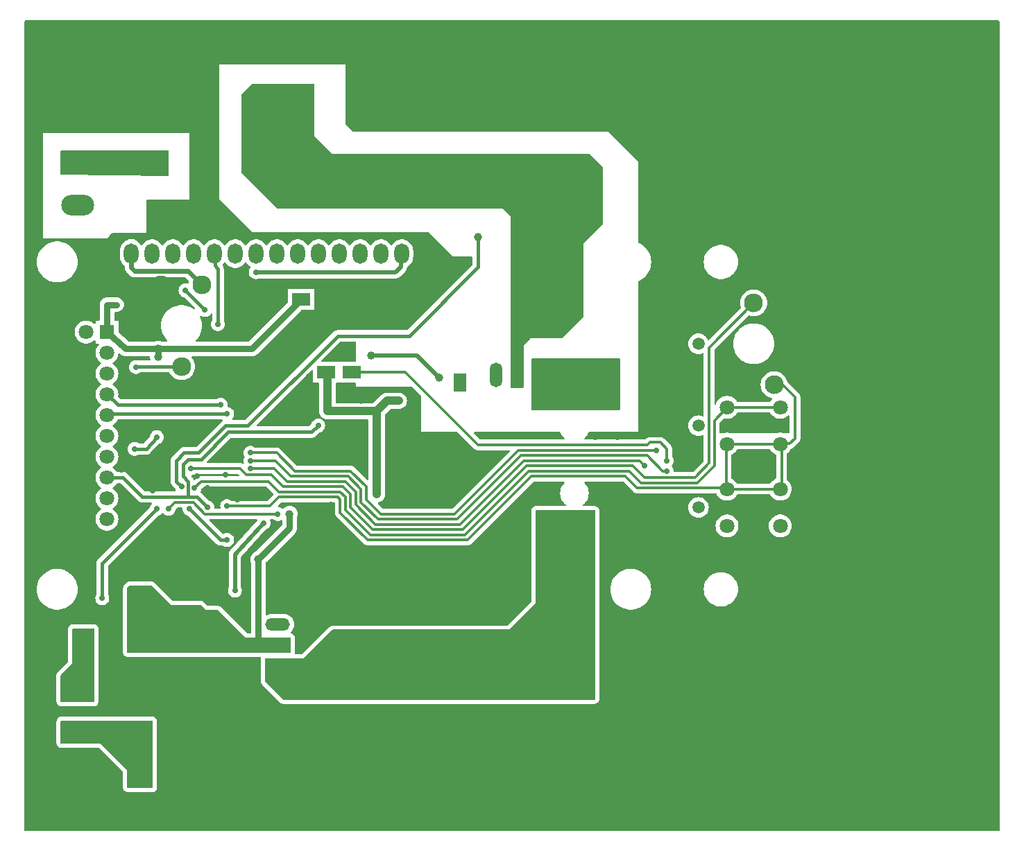
<source format=gtl>
G04 --- HEADER BEGIN --- *
%TF.GenerationSoftware,LibrePCB,LibrePCB,0.1.3*%
%TF.CreationDate,2020-03-08T21:05:15*%
%TF.ProjectId,Hydro Battery Charger - default,71762d7e-e7f1-403c-8020-db9670c01e9b,v3*%
%TF.Part,Single*%
%FSLAX66Y66*%
%MOMM*%
G01*
G74*
G04 --- HEADER END --- *
G04 --- APERTURE LIST BEGIN --- *
%ADD10C,1.5*%
%ADD11C,1.8*%
%ADD12R,2.19X1.587*%
%ADD13C,2.3*%
%ADD14O,3.0X1.8*%
%ADD15O,3.0X1.5*%
%ADD16O,4.0X2.8*%
%ADD17O,4.0X2.54*%
%ADD18C,4.0*%
%ADD19R,1.8X1.8*%
%ADD20R,1.587X2.19*%
%ADD21O,2.032X4.064*%
%ADD22O,1.8X2.5*%
%ADD23R,1.8X2.5*%
%ADD24O,1.8X2.8*%
%ADD25O,2.8X4.0*%
%ADD26O,2.54X1.5*%
%ADD27O,1.8X3.0*%
%ADD28O,1.5X3.0*%
%ADD29C,0.7*%
%ADD30C,1.0*%
%ADD31C,0.8*%
%ADD32C,0.5*%
%ADD33C,0.3*%
%ADD34C,0.4*%
%ADD35C,0.6*%
%ADD36C,0.0*%
G04 --- APERTURE LIST END --- *
G04 --- BOARD BEGIN --- *
D10*
X80230000Y50000000D03*
X82770000Y50000000D03*
D11*
X92750000Y37755000D03*
X86250000Y42245000D03*
X92750000Y42245000D03*
X86250000Y37755000D03*
D12*
X40481250Y56515000D03*
D13*
X89500000Y65000000D03*
X92000000Y55000000D03*
X87000000Y55000000D03*
D14*
X14605000Y12697500D03*
X14605000Y6847500D03*
X14605000Y29347500D03*
X14605000Y23497500D03*
D15*
X31432500Y20637500D03*
X31432500Y23177500D03*
X31432500Y25717500D03*
D16*
X14922500Y90328750D03*
X30162500Y90328750D03*
D12*
X67627500Y56197500D03*
D10*
X80230000Y60000000D03*
X82770000Y60000000D03*
D12*
X37306250Y56515000D03*
D17*
X7000000Y76920000D03*
X7000000Y82000000D03*
X7000000Y87080000D03*
D12*
X56038750Y24130000D03*
X20320000Y24447500D03*
D18*
X44450000Y10240000D03*
X44450000Y20240000D03*
D11*
X8030000Y51276250D03*
X10570000Y56356250D03*
X8030000Y58896250D03*
X8030000Y41116250D03*
X10570000Y53816250D03*
X10570000Y46196250D03*
X8030000Y46196250D03*
X8030000Y48736250D03*
X8030000Y53816250D03*
X10570000Y48736250D03*
X10570000Y38576250D03*
X10570000Y43656250D03*
X10570000Y51276250D03*
D19*
X10570000Y61436250D03*
D11*
X8030000Y61436250D03*
X8030000Y38576250D03*
X10570000Y58896250D03*
X10570000Y41116250D03*
X8030000Y43656250D03*
X8030000Y56356250D03*
D20*
X53657500Y55245000D03*
X14922500Y93345000D03*
D21*
X77152500Y56197500D03*
X72072500Y56197500D03*
D22*
X21160000Y71000000D03*
X31320000Y71000000D03*
X33860000Y71000000D03*
X16080000Y71000000D03*
X36400000Y71000000D03*
X44020000Y71000000D03*
X46560000Y71000000D03*
X28780000Y71000000D03*
X18620000Y71000000D03*
X23700000Y71000000D03*
X13540000Y71000000D03*
X38940000Y71000000D03*
X49100000Y71000000D03*
X41480000Y71000000D03*
D23*
X11000000Y71000000D03*
D22*
X26240000Y71000000D03*
D24*
X39907500Y63817500D03*
X67407500Y63817500D03*
D18*
X46037500Y89772500D03*
X46037500Y79772500D03*
D10*
X80230000Y40000000D03*
X82770000Y40000000D03*
D25*
X23495000Y10160000D03*
X23495000Y25400000D03*
D18*
X68580000Y89772500D03*
X68580000Y79772500D03*
D12*
X29368750Y87312500D03*
D26*
X67627500Y52720000D03*
X67627500Y38720000D03*
D27*
X27942500Y82073750D03*
X33792500Y82073750D03*
X11292500Y82073750D03*
X17142500Y82073750D03*
D13*
X19685000Y57230000D03*
X22185000Y67230000D03*
X17185000Y67230000D03*
D28*
X63182500Y56197500D03*
X60642500Y56197500D03*
X58102500Y56197500D03*
D18*
X66992500Y10240000D03*
X66992500Y20240000D03*
D17*
X7000000Y17540000D03*
X7000000Y12460000D03*
D12*
X34290000Y65405000D03*
D11*
X86250000Y52245000D03*
X92750000Y47755000D03*
X86250000Y47755000D03*
X92750000Y52245000D03*
D24*
X38320000Y32385000D03*
X65820000Y32385000D03*
D29*
X56038750Y43815000D03*
X29527500Y56356250D03*
X29051250Y47942500D03*
D30*
X29051250Y33655000D03*
X32861250Y39211250D03*
D29*
X48260000Y43656250D03*
X28733750Y68738750D03*
X21272500Y42386250D03*
X46513750Y62706250D03*
X77875000Y40798750D03*
X3175000Y43656250D03*
X24923750Y46037500D03*
X7620000Y22225000D03*
X43021250Y28257500D03*
X60642500Y29527500D03*
X26511250Y41751250D03*
X11112500Y64770000D03*
X11747500Y64770000D03*
X25241250Y40163750D03*
D30*
X16827500Y59372500D03*
X16827500Y58420000D03*
D29*
X86360000Y39846250D03*
X28098750Y46672500D03*
X77628750Y46990000D03*
X87860000Y45156250D03*
X59213750Y4921250D03*
X18097500Y33496250D03*
X110331250Y95091250D03*
X30956250Y57943750D03*
X25241250Y51435000D03*
X31432500Y39211250D03*
X18097500Y39846250D03*
X18097500Y32543750D03*
X20002500Y73977500D03*
X28257500Y54768750D03*
X81280000Y45720000D03*
X36195000Y95567500D03*
X21590000Y43815000D03*
X1111250Y18415000D03*
X19526250Y36036250D03*
X55245000Y33813750D03*
X22542500Y33496250D03*
X51435000Y95091250D03*
X33496250Y57785000D03*
X25400000Y61436250D03*
X35919890Y45878750D03*
X34808640Y45878750D03*
X18891250Y33496250D03*
X99695000Y94773750D03*
X90646250Y40005000D03*
X61277500Y48736250D03*
X48577500Y64770000D03*
X90646250Y50165000D03*
X49847500Y45402500D03*
X13176250Y4603750D03*
X2698750Y36036250D03*
X60960000Y94615000D03*
X26511250Y37306250D03*
X19843750Y33496250D03*
X3016250Y51435000D03*
X118268750Y21431250D03*
X78898750Y44450000D03*
X28098750Y45720000D03*
X1111250Y24288750D03*
X45243750Y43656250D03*
X89852500Y94615000D03*
X1111250Y76200000D03*
X17145000Y49688750D03*
X48260000Y45402500D03*
X12858750Y39211250D03*
X3016250Y61912500D03*
X22860000Y42386250D03*
X26987500Y67945000D03*
X12382500Y45561250D03*
X30480000Y47942500D03*
X54292500Y70008750D03*
X24606250Y76358750D03*
X36195000Y94615000D03*
X9683750Y36195000D03*
X39052500Y53340000D03*
X16192500Y42068750D03*
X23971250Y46037500D03*
X50800000Y70326250D03*
X39052500Y4762500D03*
X27622500Y41910000D03*
X20796250Y44767500D03*
X42068750Y45402500D03*
X35919890Y46513750D03*
X34808640Y46513750D03*
X1270000Y95408750D03*
X118427500Y5556250D03*
X33178750Y35083750D03*
X70167500Y48577500D03*
X118427500Y73977500D03*
X36671250Y37623750D03*
X24447500Y52546250D03*
X1111250Y21113750D03*
X38258750Y28098750D03*
X2857500Y39687500D03*
X39412390Y47148750D03*
X38459890Y47148750D03*
X31591250Y37941250D03*
X1428750Y87788750D03*
X51593750Y43815000D03*
X6667500Y20002500D03*
X39412390Y45878750D03*
X38459890Y45878750D03*
X20796250Y47942500D03*
D30*
X41592500Y53181250D03*
D29*
X55403750Y28098750D03*
X16510000Y73183750D03*
X51117500Y67151250D03*
X1111250Y21907500D03*
X118427500Y32702500D03*
X31908750Y51435000D03*
X39412390Y46513750D03*
X38459890Y46513750D03*
X40322500Y53340000D03*
X45243750Y45402500D03*
X1111250Y4445000D03*
X118427500Y45878750D03*
X1111250Y22701250D03*
X51593750Y5080000D03*
X18256250Y49688750D03*
X28098750Y44767500D03*
X76200000Y45085000D03*
X69850000Y94456250D03*
X30480000Y37147500D03*
X19685000Y42545000D03*
D30*
X55880000Y73025000D03*
D29*
X22542500Y64135000D03*
X20161250Y66516250D03*
X7620000Y24765000D03*
X1111250Y25082500D03*
X22383750Y36036250D03*
X37941250Y40322500D03*
X31908750Y50482500D03*
D30*
X51117500Y55880000D03*
X42862500Y58578750D03*
D29*
X31750000Y47942500D03*
X34131250Y59055000D03*
X30003750Y5080000D03*
X14128750Y57150000D03*
X1111250Y25876250D03*
X54133750Y43656250D03*
X46672500Y45402500D03*
X26511250Y40957500D03*
X24606250Y74136250D03*
X30480000Y41592500D03*
X31750000Y94615000D03*
X34925000Y40005000D03*
X21748750Y33496250D03*
X28416250Y41910000D03*
X22860000Y40005000D03*
X36353750Y50006250D03*
X118427500Y13970000D03*
X64928750Y48736250D03*
X28257500Y63976250D03*
X23018750Y4921250D03*
X60801250Y39211250D03*
X57467500Y48736250D03*
X22542500Y32543750D03*
X26670000Y62865000D03*
X20637500Y39846250D03*
X25241250Y36036250D03*
D30*
X43497500Y41592500D03*
X46196250Y53022500D03*
D29*
X37465000Y51752500D03*
X90646250Y44926250D03*
X3016250Y58737500D03*
X12382500Y44608750D03*
X8572500Y20002500D03*
X31115000Y95091250D03*
X25400000Y68738750D03*
X20002500Y76358750D03*
X17145000Y54292500D03*
X38735000Y36195000D03*
X36830000Y95091250D03*
X3016250Y55086250D03*
X97790000Y4921250D03*
X7620000Y23495000D03*
X47466250Y67468750D03*
X56038750Y45402500D03*
X36353750Y25082500D03*
X35919890Y47148750D03*
X34808640Y47148750D03*
X108902500Y5080000D03*
X35242500Y56038750D03*
X118110000Y56197500D03*
X76041250Y49212500D03*
X53975000Y45402500D03*
X67786250Y4921250D03*
X16192500Y76835000D03*
X88106250Y4921250D03*
X36512500Y40005000D03*
X7620000Y20002500D03*
X42068750Y46831250D03*
X34131250Y63023750D03*
X18097500Y36036250D03*
X26670000Y53181250D03*
X79216250Y4921250D03*
X3016250Y47625000D03*
X22542500Y31591250D03*
X49053750Y28416250D03*
X41116250Y95250000D03*
X43180000Y33337500D03*
X1111250Y23495000D03*
X18097500Y31591250D03*
X72866250Y48577500D03*
X20796250Y33496250D03*
X24130000Y62388750D03*
X118586250Y95091250D03*
X118427500Y85566250D03*
X1111250Y81121250D03*
X81597500Y94773750D03*
X16668750Y36036250D03*
X78898750Y45720000D03*
X39528750Y58737500D03*
X49847500Y43656250D03*
X118268750Y64770000D03*
X14446250Y39211250D03*
X35718750Y40005000D03*
X16668750Y39846250D03*
X10001250Y28892500D03*
X16986250Y95408750D03*
X11430000Y68421250D03*
X31750000Y95567500D03*
X42703750Y62547500D03*
X20955000Y36036250D03*
X13970000Y47148750D03*
X16668750Y48577500D03*
X1270000Y10318750D03*
X63976250Y41751250D03*
X60642500Y34290000D03*
X48895000Y33655000D03*
X87312500Y50165000D03*
X44926250Y65405000D03*
X25082500Y43973750D03*
X46513750Y43815000D03*
X29686250Y38100000D03*
X26193750Y29845000D03*
X28257500Y95408750D03*
X51593750Y45402500D03*
X21590000Y47942500D03*
X1270000Y15240000D03*
D31*
X32861250Y37465000D02*
X29051250Y33655000D01*
X32861250Y39211250D02*
X32861250Y37465000D01*
X29051250Y33655000D02*
X29051250Y23177500D01*
X31432500Y23177500D02*
X29051250Y23177500D01*
D32*
X45807500Y68738750D02*
X46442500Y69373750D01*
X46442500Y69373750D02*
X46442500Y70961250D01*
X28733750Y68738750D02*
X45807500Y68738750D01*
X46560000Y71000000D02*
X46442500Y70961250D01*
D33*
X39052500Y41910000D02*
X39687500Y41275000D01*
X30321250Y43180000D02*
X31591250Y41910000D01*
X75723750Y43021250D02*
X74295000Y44450000D01*
X22066250Y43180000D02*
X21272500Y42386250D01*
X62071250Y44450000D02*
X74295000Y44450000D01*
X92750000Y52245000D02*
X86305000Y52245000D01*
X39687500Y39687500D02*
X42703750Y36671250D01*
X82637500Y43021250D02*
X75723750Y43021250D01*
X30321250Y43180000D02*
X22066250Y43180000D01*
X86305000Y52245000D02*
X86250000Y52245000D01*
X54292500Y36671250D02*
X62071250Y44450000D01*
X39687500Y41275000D02*
X39687500Y39687500D01*
X86250000Y52245000D02*
X84701250Y50641250D01*
X31591250Y41910000D02*
X39052500Y41910000D01*
X42703750Y36671250D02*
X54292500Y36671250D01*
X84701250Y45085000D02*
X84701250Y50641250D01*
X82637500Y43021250D02*
X84701250Y45085000D01*
X94543750Y48418750D02*
X93908750Y47783750D01*
X42386250Y36036250D02*
X54610000Y36036250D01*
X86250000Y42245000D02*
X92656250Y42245000D01*
X38735000Y41275000D02*
X39052500Y40957500D01*
D31*
X16827500Y59372500D02*
X28257500Y59372500D01*
D33*
X54610000Y36036250D02*
X62388750Y43815000D01*
X31591250Y41275000D02*
X38735000Y41275000D01*
X92927500Y47755000D02*
X92927500Y42516250D01*
X25241250Y40163750D02*
X30480000Y40163750D01*
X30480000Y40163750D02*
X31591250Y41275000D01*
X86250000Y42245000D02*
X86130000Y42386250D01*
X86250000Y47755000D02*
X92927500Y47755000D01*
D31*
X10570000Y61436250D02*
X10593750Y64770000D01*
D33*
X92750000Y47755000D02*
X92927500Y47755000D01*
X93042500Y55000000D02*
X94543750Y53498750D01*
X92656250Y42245000D02*
X92927500Y42516250D01*
X93908750Y47783750D02*
X92956250Y47783750D01*
D31*
X16827500Y59372500D02*
X12858750Y59372500D01*
D33*
X92956250Y47783750D02*
X92927500Y47755000D01*
D31*
X10593750Y64770000D02*
X11747500Y64770000D01*
D33*
X86130000Y42386250D02*
X86130000Y47783750D01*
X62388750Y43815000D02*
X73818750Y43815000D01*
D31*
X12858750Y59372500D02*
X10570000Y61436250D01*
X28257500Y59372500D02*
X34290000Y65405000D01*
D33*
X86130000Y47783750D02*
X86250000Y47755000D01*
X92000000Y55000000D02*
X93042500Y55000000D01*
X39052500Y40957500D02*
X39052500Y39370000D01*
X92750000Y42245000D02*
X92656250Y42245000D01*
X39052500Y39370000D02*
X42386250Y36036250D01*
X94543750Y53498750D02*
X94543750Y48418750D01*
X73818750Y43815000D02*
X75247500Y42386250D01*
X75247500Y42386250D02*
X86130000Y42386250D01*
D31*
X16827500Y59372500D02*
X16827500Y58420000D01*
D33*
X43973750Y39211250D02*
X53022500Y39211250D01*
X42227500Y40957500D02*
X43973750Y39211250D01*
X31273750Y46672500D02*
X33496250Y44450000D01*
X40322500Y44450000D02*
X42227500Y42545000D01*
X53022500Y39211250D02*
X60801250Y46990000D01*
X33496250Y44450000D02*
X40322500Y44450000D01*
X60801250Y46990000D02*
X77628750Y46990000D01*
X28098750Y46672500D02*
X31273750Y46672500D01*
X42227500Y42545000D02*
X42227500Y40957500D01*
D34*
X25241250Y51435000D02*
X10795000Y51435000D01*
X10570000Y51276250D02*
X10795000Y51435000D01*
D33*
X21113750Y40640000D02*
X22542500Y39211250D01*
X22542500Y39211250D02*
X31432500Y39211250D01*
X18097500Y39846250D02*
X18891250Y40640000D01*
X18891250Y40640000D02*
X21113750Y40640000D01*
X33020000Y43815000D02*
X40005000Y43815000D01*
X78422500Y44450000D02*
X76517500Y46355000D01*
X40005000Y43815000D02*
X41592500Y42227500D01*
X61118750Y46355000D02*
X76517500Y46355000D01*
X31115000Y45720000D02*
X33020000Y43815000D01*
X53340000Y38576250D02*
X61118750Y46355000D01*
X41592500Y42227500D02*
X41592500Y40640000D01*
X41592500Y40640000D02*
X43656250Y38576250D01*
X43656250Y38576250D02*
X53340000Y38576250D01*
X28098750Y45720000D02*
X31115000Y45720000D01*
X78898750Y44450000D02*
X78422500Y44450000D01*
X61753750Y45085000D02*
X74771250Y45085000D01*
X78263750Y43656250D02*
X82320000Y43656250D01*
X89500000Y65000000D02*
X84066250Y59531250D01*
X76200000Y43656250D02*
X74771250Y45085000D01*
X82320000Y43656250D02*
X84066250Y45402500D01*
X30638750Y43973750D02*
X32067500Y42545000D01*
X26828750Y44767500D02*
X27622500Y43973750D01*
X43021250Y37306250D02*
X53975000Y37306250D01*
X40322500Y41592500D02*
X40322500Y40005000D01*
X39370000Y42545000D02*
X40322500Y41592500D01*
X20796250Y44767500D02*
X26828750Y44767500D01*
X78263750Y43656250D02*
X76200000Y43656250D01*
X40322500Y40005000D02*
X43021250Y37306250D01*
X84066250Y45402500D02*
X84066250Y59531250D01*
X27622500Y43973750D02*
X30638750Y43973750D01*
X53975000Y37306250D02*
X61753750Y45085000D01*
X32067500Y42545000D02*
X39370000Y42545000D01*
D34*
X24447500Y52546250D02*
X11906250Y52546250D01*
X10570000Y53816250D02*
X11906250Y52546250D01*
D31*
X10882500Y72707500D02*
X10882500Y70961250D01*
X11358750Y73183750D02*
X10882500Y72707500D01*
X16510000Y73183750D02*
X11358750Y73183750D01*
X10882500Y70961250D02*
X11000000Y71000000D01*
D33*
X39687500Y43180000D02*
X40957500Y41910000D01*
X30956250Y44767500D02*
X32543750Y43180000D01*
X32543750Y43180000D02*
X39687500Y43180000D01*
X40957500Y41910000D02*
X40957500Y40322500D01*
X53657500Y37941250D02*
X61436250Y45720000D01*
X40957500Y40322500D02*
X43338750Y37941250D01*
X61436250Y45720000D02*
X75565000Y45720000D01*
X75565000Y45720000D02*
X76200000Y45085000D01*
X28098750Y44767500D02*
X30956250Y44767500D01*
X43338750Y37941250D02*
X53657500Y37941250D01*
D34*
X25082500Y50006250D02*
X21748750Y46672500D01*
X20002500Y46672500D02*
X19050000Y45720000D01*
X27781250Y50006250D02*
X25082500Y50006250D01*
X19685000Y42545000D02*
X19050000Y43180000D01*
X38735000Y60960000D02*
X47466250Y60960000D01*
X55880000Y69373750D02*
X55880000Y73025000D01*
X21748750Y46672500D02*
X20002500Y46672500D01*
X27781250Y50006250D02*
X38735000Y60960000D01*
X47466250Y60960000D02*
X55880000Y69373750D01*
X19050000Y45720000D02*
X19050000Y43180000D01*
X20161250Y66516250D02*
X22542500Y64135000D01*
D32*
X48418750Y58578750D02*
X51117500Y55880000D01*
X42862500Y58578750D02*
X48418750Y58578750D01*
D34*
X14050000Y57230000D02*
X14128750Y57150000D01*
X19685000Y57230000D02*
X14050000Y57230000D01*
X12541250Y43656250D02*
X10570000Y43656250D01*
X36353750Y50006250D02*
X35560000Y49212500D01*
X22066250Y45878750D02*
X25400000Y49212500D01*
X20478750Y41275000D02*
X21590000Y41275000D01*
X22860000Y40005000D02*
X21590000Y41275000D01*
X20478750Y43180000D02*
X20478750Y41275000D01*
X19843750Y43815000D02*
X20478750Y43180000D01*
X25400000Y49212500D02*
X35560000Y49212500D01*
X19843750Y45243750D02*
X20478750Y45878750D01*
X20478750Y41275000D02*
X14922500Y41275000D01*
X20478750Y45878750D02*
X22066250Y45878750D01*
X19843750Y45243750D02*
X19843750Y43815000D01*
X14922500Y41275000D02*
X12541250Y43656250D01*
X24447500Y36036250D02*
X25241250Y36036250D01*
X20637500Y39846250D02*
X24447500Y36036250D01*
D30*
X44767500Y53022500D02*
X46196250Y53022500D01*
X37465000Y56356250D02*
X37306250Y56515000D01*
X37465000Y51752500D02*
X43497500Y51752500D01*
X43497500Y51752500D02*
X44767500Y53022500D01*
X43497500Y51752500D02*
X43497500Y41592500D01*
X37465000Y51752500D02*
X37465000Y56356250D01*
D35*
X13540000Y71000000D02*
X13540000Y69327500D01*
X20478750Y68897500D02*
X22185000Y67230000D01*
X13970000Y68897500D02*
X20478750Y68897500D01*
X13540000Y69327500D02*
X13970000Y68897500D01*
D34*
X23700000Y71000000D02*
X23741250Y69532500D01*
X24130000Y69127500D02*
X23741250Y69532500D01*
X24130000Y62388750D02*
X24130000Y69127500D01*
D33*
X78898750Y47148750D02*
X78898750Y45720000D01*
X55880000Y47625000D02*
X76517500Y47625000D01*
X40481250Y56515000D02*
X46990000Y56515000D01*
X78105000Y47942500D02*
X76835000Y47942500D01*
X78105000Y47942500D02*
X78898750Y47148750D01*
X46990000Y56515000D02*
X55880000Y47625000D01*
X76835000Y47942500D02*
X76517500Y47625000D01*
D34*
X10001250Y33178750D02*
X10001250Y28892500D01*
X16668750Y39846250D02*
X10001250Y33178750D01*
X13970000Y47148750D02*
X15398750Y47148750D01*
X15398750Y47148750D02*
X16668750Y48577500D01*
D32*
X26193750Y34290000D02*
X26193750Y29845000D01*
X26193750Y34290000D02*
X29686250Y38100000D01*
D36*
G36*
X18055853Y80506253D02*
X18097500Y80587462D01*
X18097500Y83561250D01*
X18078000Y83620577D01*
X17997500Y83661250D01*
X5021250Y83661250D01*
X4961923Y83641750D01*
X4921250Y83561250D01*
X4921250Y80743803D01*
X4940750Y80684476D01*
X5020045Y80643810D01*
X17996295Y80487469D01*
X18055853Y80506253D01*
G37*
G36*
X27520589Y50735539D02*
X38238049Y61452999D01*
X38242212Y61456719D01*
X38266366Y61475981D01*
X38274728Y61483453D01*
X38294588Y61503313D01*
X38303311Y61510269D01*
X38327087Y61525209D01*
X38336231Y61531697D01*
X38358187Y61549206D01*
X38367635Y61555142D01*
X38392933Y61567325D01*
X38402749Y61572750D01*
X38426526Y61587690D01*
X38436582Y61592533D01*
X38463091Y61601808D01*
X38473455Y61606101D01*
X38498742Y61618279D01*
X38509287Y61621970D01*
X38536652Y61628216D01*
X38547424Y61631319D01*
X38573928Y61640593D01*
X38584820Y61643078D01*
X38612721Y61646222D01*
X38623776Y61648100D01*
X38651151Y61654348D01*
X38662236Y61655597D01*
X38690308Y61655597D01*
X38701505Y61656226D01*
X38732202Y61659685D01*
X38737814Y61660000D01*
X47134878Y61660000D01*
X47205589Y61689289D01*
X55150711Y69634411D01*
X55180000Y69705122D01*
X55180000Y70543750D01*
X55160500Y70603077D01*
X55080000Y70643750D01*
X52883641Y70643750D01*
X52849686Y70657814D01*
X49876789Y73630711D01*
X49806078Y73660000D01*
X28277391Y73660000D01*
X28243436Y73674064D01*
X24318039Y77599461D01*
X24247328Y77628750D01*
X15498750Y77628750D01*
X15439423Y77609250D01*
X15398750Y77528750D01*
X15398750Y72882263D01*
X15397184Y72877498D01*
X15374922Y72866250D01*
X14019533Y72866250D01*
X13960206Y72846750D01*
X13924016Y72795855D01*
X13925078Y72733414D01*
X13987063Y72671668D01*
X14098465Y72633423D01*
X14106009Y72630114D01*
X14302083Y72524005D01*
X14308996Y72519488D01*
X14484925Y72382558D01*
X14490998Y72376968D01*
X14641994Y72212941D01*
X14647055Y72206437D01*
X14726282Y72085172D01*
X14775056Y72046171D01*
X14837458Y72043711D01*
X14893715Y72085172D01*
X14972937Y72206429D01*
X14978005Y72212941D01*
X15129001Y72376968D01*
X15135074Y72382558D01*
X15311003Y72519488D01*
X15317916Y72524005D01*
X15513990Y72630114D01*
X15521534Y72633423D01*
X15732415Y72705819D01*
X15740394Y72707840D01*
X15960313Y72744538D01*
X15968519Y72745218D01*
X16191480Y72745218D01*
X16199686Y72744538D01*
X16419605Y72707840D01*
X16427584Y72705819D01*
X16638465Y72633423D01*
X16646009Y72630114D01*
X16842083Y72524005D01*
X16848996Y72519488D01*
X17024925Y72382558D01*
X17030998Y72376968D01*
X17181994Y72212941D01*
X17187055Y72206437D01*
X17266282Y72085172D01*
X17315056Y72046171D01*
X17377458Y72043711D01*
X17433715Y72085172D01*
X17512937Y72206429D01*
X17518005Y72212941D01*
X17669001Y72376968D01*
X17675074Y72382558D01*
X17851003Y72519488D01*
X17857916Y72524005D01*
X18053990Y72630114D01*
X18061534Y72633423D01*
X18272415Y72705819D01*
X18280394Y72707840D01*
X18500313Y72744538D01*
X18508519Y72745218D01*
X18731480Y72745218D01*
X18739686Y72744538D01*
X18959605Y72707840D01*
X18967584Y72705819D01*
X19178465Y72633423D01*
X19186009Y72630114D01*
X19382083Y72524005D01*
X19388996Y72519488D01*
X19564925Y72382558D01*
X19570998Y72376968D01*
X19721994Y72212941D01*
X19727055Y72206437D01*
X19806282Y72085172D01*
X19855056Y72046171D01*
X19917458Y72043711D01*
X19973715Y72085172D01*
X20052937Y72206429D01*
X20058005Y72212941D01*
X20209001Y72376968D01*
X20215074Y72382558D01*
X20391003Y72519488D01*
X20397916Y72524005D01*
X20593990Y72630114D01*
X20601534Y72633423D01*
X20812415Y72705819D01*
X20820394Y72707840D01*
X21040313Y72744538D01*
X21048519Y72745218D01*
X21271480Y72745218D01*
X21279686Y72744538D01*
X21499605Y72707840D01*
X21507584Y72705819D01*
X21718465Y72633423D01*
X21726009Y72630114D01*
X21922083Y72524005D01*
X21928996Y72519488D01*
X22104925Y72382558D01*
X22110998Y72376968D01*
X22261994Y72212941D01*
X22267055Y72206437D01*
X22346282Y72085172D01*
X22395056Y72046171D01*
X22457458Y72043711D01*
X22513715Y72085172D01*
X22592937Y72206429D01*
X22598005Y72212941D01*
X22749001Y72376968D01*
X22755074Y72382558D01*
X22931003Y72519488D01*
X22937916Y72524005D01*
X23133990Y72630114D01*
X23141534Y72633423D01*
X23352415Y72705819D01*
X23360394Y72707840D01*
X23580313Y72744538D01*
X23588519Y72745218D01*
X23811480Y72745218D01*
X23819686Y72744538D01*
X24039605Y72707840D01*
X24047584Y72705819D01*
X24258465Y72633423D01*
X24266009Y72630114D01*
X24462083Y72524005D01*
X24468996Y72519488D01*
X24644925Y72382558D01*
X24650998Y72376968D01*
X24801994Y72212941D01*
X24807055Y72206437D01*
X24886282Y72085172D01*
X24935056Y72046171D01*
X24997458Y72043711D01*
X25053715Y72085172D01*
X25132937Y72206429D01*
X25138005Y72212941D01*
X25289001Y72376968D01*
X25295074Y72382558D01*
X25471003Y72519488D01*
X25477916Y72524005D01*
X25673990Y72630114D01*
X25681534Y72633423D01*
X25892415Y72705819D01*
X25900394Y72707840D01*
X26120313Y72744538D01*
X26128519Y72745218D01*
X26351480Y72745218D01*
X26359686Y72744538D01*
X26579605Y72707840D01*
X26587584Y72705819D01*
X26798465Y72633423D01*
X26806009Y72630114D01*
X27002083Y72524005D01*
X27008996Y72519488D01*
X27184925Y72382558D01*
X27190998Y72376968D01*
X27341994Y72212941D01*
X27347055Y72206437D01*
X27426282Y72085172D01*
X27475056Y72046171D01*
X27537458Y72043711D01*
X27593715Y72085172D01*
X27672937Y72206429D01*
X27678005Y72212941D01*
X27829001Y72376968D01*
X27835074Y72382558D01*
X28011003Y72519488D01*
X28017916Y72524005D01*
X28213990Y72630114D01*
X28221534Y72633423D01*
X28432415Y72705819D01*
X28440394Y72707840D01*
X28660313Y72744538D01*
X28668519Y72745218D01*
X28891480Y72745218D01*
X28899686Y72744538D01*
X29119605Y72707840D01*
X29127584Y72705819D01*
X29338465Y72633423D01*
X29346009Y72630114D01*
X29542083Y72524005D01*
X29548996Y72519488D01*
X29724925Y72382558D01*
X29730998Y72376968D01*
X29881994Y72212941D01*
X29887055Y72206437D01*
X29966282Y72085172D01*
X30015056Y72046171D01*
X30077458Y72043711D01*
X30133715Y72085172D01*
X30212937Y72206429D01*
X30218005Y72212941D01*
X30369001Y72376968D01*
X30375074Y72382558D01*
X30551003Y72519488D01*
X30557916Y72524005D01*
X30753990Y72630114D01*
X30761534Y72633423D01*
X30972415Y72705819D01*
X30980394Y72707840D01*
X31200313Y72744538D01*
X31208519Y72745218D01*
X31431480Y72745218D01*
X31439686Y72744538D01*
X31659605Y72707840D01*
X31667584Y72705819D01*
X31878465Y72633423D01*
X31886009Y72630114D01*
X32082083Y72524005D01*
X32088996Y72519488D01*
X32264925Y72382558D01*
X32270998Y72376968D01*
X32421994Y72212941D01*
X32427055Y72206437D01*
X32506282Y72085172D01*
X32555056Y72046171D01*
X32617458Y72043711D01*
X32673715Y72085172D01*
X32752937Y72206429D01*
X32758005Y72212941D01*
X32909001Y72376968D01*
X32915074Y72382558D01*
X33091003Y72519488D01*
X33097916Y72524005D01*
X33293990Y72630114D01*
X33301534Y72633423D01*
X33512415Y72705819D01*
X33520394Y72707840D01*
X33740313Y72744538D01*
X33748519Y72745218D01*
X33971480Y72745218D01*
X33979686Y72744538D01*
X34199605Y72707840D01*
X34207584Y72705819D01*
X34418465Y72633423D01*
X34426009Y72630114D01*
X34622083Y72524005D01*
X34628996Y72519488D01*
X34804925Y72382558D01*
X34810998Y72376968D01*
X34961994Y72212941D01*
X34967055Y72206437D01*
X35046282Y72085172D01*
X35095056Y72046171D01*
X35157458Y72043711D01*
X35213715Y72085172D01*
X35292937Y72206429D01*
X35298005Y72212941D01*
X35449001Y72376968D01*
X35455074Y72382558D01*
X35631003Y72519488D01*
X35637916Y72524005D01*
X35833990Y72630114D01*
X35841534Y72633423D01*
X36052415Y72705819D01*
X36060394Y72707840D01*
X36280313Y72744538D01*
X36288519Y72745218D01*
X36511480Y72745218D01*
X36519686Y72744538D01*
X36739605Y72707840D01*
X36747584Y72705819D01*
X36958465Y72633423D01*
X36966009Y72630114D01*
X37162083Y72524005D01*
X37168996Y72519488D01*
X37344925Y72382558D01*
X37350998Y72376968D01*
X37501994Y72212941D01*
X37507055Y72206437D01*
X37586282Y72085172D01*
X37635056Y72046171D01*
X37697458Y72043711D01*
X37753715Y72085172D01*
X37832937Y72206429D01*
X37838005Y72212941D01*
X37989001Y72376968D01*
X37995074Y72382558D01*
X38171003Y72519488D01*
X38177916Y72524005D01*
X38373990Y72630114D01*
X38381534Y72633423D01*
X38592415Y72705819D01*
X38600394Y72707840D01*
X38820313Y72744538D01*
X38828519Y72745218D01*
X39051480Y72745218D01*
X39059686Y72744538D01*
X39279605Y72707840D01*
X39287584Y72705819D01*
X39498465Y72633423D01*
X39506009Y72630114D01*
X39702083Y72524005D01*
X39708996Y72519488D01*
X39884925Y72382558D01*
X39890998Y72376968D01*
X40041994Y72212941D01*
X40047055Y72206437D01*
X40126282Y72085172D01*
X40175056Y72046171D01*
X40237458Y72043711D01*
X40293715Y72085172D01*
X40372937Y72206429D01*
X40378005Y72212941D01*
X40529001Y72376968D01*
X40535074Y72382558D01*
X40711003Y72519488D01*
X40717916Y72524005D01*
X40913990Y72630114D01*
X40921534Y72633423D01*
X41132415Y72705819D01*
X41140394Y72707840D01*
X41360313Y72744538D01*
X41368519Y72745218D01*
X41591480Y72745218D01*
X41599686Y72744538D01*
X41819605Y72707840D01*
X41827584Y72705819D01*
X42038465Y72633423D01*
X42046009Y72630114D01*
X42242083Y72524005D01*
X42248996Y72519488D01*
X42424925Y72382558D01*
X42430998Y72376968D01*
X42581994Y72212941D01*
X42587055Y72206437D01*
X42666282Y72085172D01*
X42715056Y72046171D01*
X42777458Y72043711D01*
X42833715Y72085172D01*
X42912937Y72206429D01*
X42918005Y72212941D01*
X43069001Y72376968D01*
X43075074Y72382558D01*
X43251003Y72519488D01*
X43257916Y72524005D01*
X43453990Y72630114D01*
X43461534Y72633423D01*
X43672415Y72705819D01*
X43680394Y72707840D01*
X43900313Y72744538D01*
X43908519Y72745218D01*
X44131480Y72745218D01*
X44139686Y72744538D01*
X44359605Y72707840D01*
X44367584Y72705819D01*
X44578465Y72633423D01*
X44586009Y72630114D01*
X44782083Y72524005D01*
X44788996Y72519488D01*
X44964925Y72382558D01*
X44970998Y72376968D01*
X45121994Y72212941D01*
X45127055Y72206437D01*
X45206282Y72085172D01*
X45255056Y72046171D01*
X45317458Y72043711D01*
X45373715Y72085172D01*
X45452937Y72206429D01*
X45458005Y72212941D01*
X45609001Y72376968D01*
X45615074Y72382558D01*
X45791003Y72519488D01*
X45797916Y72524005D01*
X45993990Y72630114D01*
X46001534Y72633423D01*
X46212415Y72705819D01*
X46220394Y72707840D01*
X46440313Y72744538D01*
X46448519Y72745218D01*
X46671480Y72745218D01*
X46679686Y72744538D01*
X46899605Y72707840D01*
X46907584Y72705819D01*
X47118465Y72633423D01*
X47126009Y72630114D01*
X47322083Y72524005D01*
X47328996Y72519488D01*
X47504925Y72382558D01*
X47510998Y72376968D01*
X47661994Y72212941D01*
X47667062Y72206429D01*
X47788999Y72019791D01*
X47792925Y72012538D01*
X47882480Y71808372D01*
X47885161Y71800564D01*
X47939890Y71584440D01*
X47941247Y71576310D01*
X47959829Y71352060D01*
X47960000Y71347939D01*
X47960000Y70652061D01*
X47959829Y70647940D01*
X47941247Y70423689D01*
X47939890Y70415559D01*
X47885161Y70199435D01*
X47882480Y70191627D01*
X47792925Y69987461D01*
X47788999Y69980208D01*
X47667062Y69793570D01*
X47661994Y69787058D01*
X47510998Y69623031D01*
X47504925Y69617441D01*
X47328993Y69480508D01*
X47322085Y69475994D01*
X47242283Y69432808D01*
X47199387Y69387422D01*
X47190507Y69356060D01*
X47188412Y69337471D01*
X47187783Y69326272D01*
X47187783Y69295390D01*
X47186534Y69284305D01*
X47179661Y69254192D01*
X47177783Y69243137D01*
X47174324Y69212438D01*
X47171841Y69201563D01*
X47161638Y69172404D01*
X47158533Y69161626D01*
X47151661Y69131519D01*
X47147973Y69120977D01*
X47134576Y69093158D01*
X47130285Y69082798D01*
X47120081Y69053636D01*
X47115240Y69043584D01*
X47098802Y69017422D01*
X47093379Y69007609D01*
X47079981Y68979789D01*
X47074042Y68970337D01*
X47054789Y68946195D01*
X47048299Y68937048D01*
X47031865Y68910893D01*
X47024900Y68902159D01*
X47003053Y68880312D01*
X46995581Y68871950D01*
X46974574Y68845608D01*
X46970854Y68841445D01*
X46339805Y68210396D01*
X46335642Y68206676D01*
X46309300Y68185669D01*
X46300938Y68178197D01*
X46279089Y68156348D01*
X46270364Y68149391D01*
X46244203Y68132952D01*
X46235061Y68126464D01*
X46210917Y68107210D01*
X46201470Y68101275D01*
X46173646Y68087875D01*
X46163832Y68082451D01*
X46137665Y68066010D01*
X46127613Y68061169D01*
X46098444Y68050962D01*
X46088086Y68046672D01*
X46060267Y68033276D01*
X46049731Y68029589D01*
X46019628Y68022718D01*
X46008852Y68019613D01*
X45979695Y68009410D01*
X45968806Y68006925D01*
X45938109Y68003466D01*
X45927054Y68001588D01*
X45896945Y67994716D01*
X45885860Y67993467D01*
X45854978Y67993467D01*
X45843782Y67992838D01*
X45810299Y67989065D01*
X45804686Y67988750D01*
X29148837Y67988750D01*
X29108163Y67980105D01*
X29001196Y67932480D01*
X28991292Y67929262D01*
X28827721Y67894495D01*
X28817361Y67893406D01*
X28650138Y67893406D01*
X28639778Y67894495D01*
X28476212Y67929261D01*
X28466294Y67932484D01*
X28313539Y68000496D01*
X28304510Y68005708D01*
X28169231Y68103993D01*
X28161480Y68110972D01*
X28049589Y68235240D01*
X28043467Y68243667D01*
X27959857Y68388483D01*
X27955616Y68398008D01*
X27903942Y68557045D01*
X27901776Y68567235D01*
X27884298Y68733536D01*
X27884298Y68743964D01*
X27901776Y68910264D01*
X27903942Y68920454D01*
X27955616Y69079491D01*
X27959857Y69089016D01*
X28043467Y69233832D01*
X28049593Y69242264D01*
X28095717Y69293490D01*
X28120924Y69350627D01*
X28107317Y69411577D01*
X28068997Y69448351D01*
X28017911Y69475997D01*
X28011003Y69480511D01*
X27835074Y69617441D01*
X27829001Y69623031D01*
X27678005Y69787058D01*
X27672937Y69793570D01*
X27593715Y69914827D01*
X27544941Y69953829D01*
X27482540Y69956288D01*
X27426282Y69914827D01*
X27347055Y69793562D01*
X27341994Y69787058D01*
X27190998Y69623031D01*
X27184925Y69617441D01*
X27008996Y69480511D01*
X27002083Y69475994D01*
X26806009Y69369885D01*
X26798465Y69366576D01*
X26587584Y69294180D01*
X26579605Y69292159D01*
X26359686Y69255461D01*
X26351480Y69254781D01*
X26128519Y69254781D01*
X26120313Y69255461D01*
X25900394Y69292159D01*
X25892415Y69294180D01*
X25681534Y69366576D01*
X25673990Y69369885D01*
X25477916Y69475994D01*
X25471003Y69480511D01*
X25295074Y69617441D01*
X25289001Y69623031D01*
X25138005Y69787058D01*
X25132937Y69793570D01*
X25053715Y69914827D01*
X25004941Y69953829D01*
X24942540Y69956288D01*
X24886282Y69914827D01*
X24807055Y69793562D01*
X24801994Y69787058D01*
X24696311Y69672255D01*
X24670477Y69615399D01*
X24685210Y69551326D01*
X24699555Y69528495D01*
X24704786Y69520960D01*
X24726793Y69492175D01*
X24732538Y69482601D01*
X24740802Y69464502D01*
X24747098Y69452830D01*
X24757692Y69435970D01*
X24762531Y69425924D01*
X24774506Y69391698D01*
X24777929Y69383189D01*
X24792979Y69350228D01*
X24796446Y69339630D01*
X24800478Y69320135D01*
X24804017Y69307361D01*
X24810596Y69288559D01*
X24813078Y69277684D01*
X24817136Y69241663D01*
X24818579Y69232605D01*
X24825918Y69197118D01*
X24826940Y69186004D01*
X24826533Y69166117D01*
X24827141Y69152874D01*
X24829685Y69130298D01*
X24830000Y69124686D01*
X24830000Y62893794D01*
X24843398Y62843794D01*
X24903890Y62739020D01*
X24908133Y62729490D01*
X24959807Y62570454D01*
X24961973Y62560264D01*
X24979452Y62393964D01*
X24979452Y62383536D01*
X24961973Y62217235D01*
X24959807Y62207045D01*
X24908133Y62048008D01*
X24903892Y62038483D01*
X24820282Y61893667D01*
X24814160Y61885240D01*
X24702269Y61760972D01*
X24694518Y61753993D01*
X24559240Y61655708D01*
X24550211Y61650496D01*
X24397455Y61582484D01*
X24387537Y61579261D01*
X24223971Y61544495D01*
X24213611Y61543406D01*
X24046388Y61543406D01*
X24036028Y61544495D01*
X23872462Y61579261D01*
X23862544Y61582484D01*
X23709789Y61650496D01*
X23700760Y61655708D01*
X23565481Y61753993D01*
X23557730Y61760972D01*
X23445839Y61885240D01*
X23439717Y61893667D01*
X23356107Y62038483D01*
X23351866Y62048008D01*
X23300192Y62207045D01*
X23298026Y62217235D01*
X23280548Y62383536D01*
X23280548Y62393964D01*
X23298026Y62560264D01*
X23300192Y62570454D01*
X23351866Y62729491D01*
X23356107Y62739016D01*
X23416603Y62843798D01*
X23430000Y62893798D01*
X23430000Y63608302D01*
X23410500Y63667629D01*
X23359605Y63703819D01*
X23297164Y63702757D01*
X23243398Y63658302D01*
X23232787Y63639924D01*
X23226660Y63631490D01*
X23114769Y63507222D01*
X23107018Y63500243D01*
X22971740Y63401958D01*
X22962711Y63396746D01*
X22809955Y63328734D01*
X22800037Y63325511D01*
X22636471Y63290745D01*
X22626111Y63289656D01*
X22458888Y63289656D01*
X22448528Y63290745D01*
X22284962Y63325511D01*
X22275044Y63328734D01*
X22122289Y63396746D01*
X22113256Y63401961D01*
X22090664Y63418374D01*
X22031205Y63437469D01*
X21972012Y63417564D01*
X21936171Y63366423D01*
X21941406Y63294893D01*
X22008101Y63153161D01*
X22010410Y63147327D01*
X22105487Y62854709D01*
X22107045Y62848641D01*
X22164699Y62546410D01*
X22165483Y62540207D01*
X22184803Y62233131D01*
X22184803Y62226869D01*
X22165483Y61919792D01*
X22164699Y61913589D01*
X22107045Y61611358D01*
X22105487Y61605290D01*
X22010410Y61312672D01*
X22008106Y61306851D01*
X21877103Y61028456D01*
X21874084Y61022964D01*
X21709219Y60763179D01*
X21705546Y60758123D01*
X21509426Y60521055D01*
X21505129Y60516480D01*
X21429434Y60445397D01*
X21399535Y60390569D01*
X21407994Y60328695D01*
X21451512Y60283904D01*
X21497889Y60272500D01*
X27843286Y60272500D01*
X27913997Y60301789D01*
X32665711Y65053503D01*
X32695000Y65124214D01*
X32695000Y66682487D01*
X32696566Y66687252D01*
X32718828Y66698500D01*
X35868987Y66698500D01*
X35873752Y66696934D01*
X35885000Y66674672D01*
X35885000Y64127513D01*
X35883434Y64122748D01*
X35861172Y64111500D01*
X34310714Y64111500D01*
X34240003Y64082211D01*
X28895749Y58737957D01*
X28891861Y58734456D01*
X28841028Y58693293D01*
X28837046Y58689892D01*
X28790396Y58647887D01*
X28781966Y58641763D01*
X28772850Y58636499D01*
X28759920Y58627612D01*
X28751749Y58620996D01*
X28743006Y58615318D01*
X28687063Y58586814D01*
X28682460Y58584315D01*
X28628101Y58552930D01*
X28618572Y58548687D01*
X28608575Y58545439D01*
X28594075Y58539433D01*
X28584700Y58534656D01*
X28574972Y58530922D01*
X28514322Y58514672D01*
X28509299Y58513184D01*
X28449604Y58493787D01*
X28439409Y58491619D01*
X28428935Y58490518D01*
X28413515Y58487660D01*
X28403351Y58484937D01*
X28393057Y58483307D01*
X28330373Y58480022D01*
X28325153Y58479611D01*
X28260109Y58472774D01*
X28254878Y58472500D01*
X21006319Y58472500D01*
X20946992Y58453000D01*
X20910802Y58402105D01*
X20911864Y58339664D01*
X20928136Y58310151D01*
X21045960Y58162403D01*
X21050165Y58156236D01*
X21169722Y57949158D01*
X21172969Y57942415D01*
X21260328Y57719830D01*
X21262527Y57712701D01*
X21315737Y57479570D01*
X21316850Y57472181D01*
X21334720Y57233736D01*
X21334720Y57226264D01*
X21316850Y56987818D01*
X21315737Y56980429D01*
X21262527Y56747298D01*
X21260328Y56740169D01*
X21172969Y56517584D01*
X21169722Y56510841D01*
X21050165Y56303763D01*
X21045960Y56297596D01*
X20896866Y56110638D01*
X20891793Y56105171D01*
X20716499Y55942521D01*
X20710671Y55937873D01*
X20513090Y55803165D01*
X20506630Y55799435D01*
X20291190Y55695685D01*
X20284228Y55692953D01*
X20055739Y55622472D01*
X20048455Y55620810D01*
X19812001Y55585170D01*
X19804566Y55584613D01*
X19565433Y55584613D01*
X19557998Y55585170D01*
X19321544Y55620810D01*
X19314260Y55622472D01*
X19085771Y55692953D01*
X19078809Y55695685D01*
X18863371Y55799435D01*
X18856910Y55803165D01*
X18659328Y55937873D01*
X18653500Y55942521D01*
X18478206Y56105170D01*
X18473133Y56110637D01*
X18324039Y56297596D01*
X18319834Y56303763D01*
X18218083Y56480000D01*
X18171532Y56521629D01*
X18131481Y56530000D01*
X14746071Y56530000D01*
X14687293Y56510902D01*
X14557990Y56416958D01*
X14548961Y56411746D01*
X14396205Y56343734D01*
X14386287Y56340511D01*
X14222721Y56305745D01*
X14212361Y56304656D01*
X14045138Y56304656D01*
X14034778Y56305745D01*
X13871212Y56340511D01*
X13861294Y56343734D01*
X13708539Y56411746D01*
X13699510Y56416958D01*
X13564231Y56515243D01*
X13556480Y56522222D01*
X13444589Y56646490D01*
X13438467Y56654917D01*
X13354857Y56799733D01*
X13350616Y56809258D01*
X13298942Y56968295D01*
X13296776Y56978485D01*
X13279298Y57144786D01*
X13279298Y57155214D01*
X13296776Y57321514D01*
X13298942Y57331704D01*
X13350616Y57490741D01*
X13354857Y57500266D01*
X13438467Y57645082D01*
X13444589Y57653509D01*
X13556480Y57777777D01*
X13564231Y57784756D01*
X13699510Y57883041D01*
X13708539Y57888253D01*
X13861294Y57956265D01*
X13871212Y57959488D01*
X14034778Y57994254D01*
X14045138Y57995343D01*
X14212361Y57995343D01*
X14222721Y57994254D01*
X14386292Y57959487D01*
X14396196Y57956269D01*
X14435780Y57938645D01*
X14476454Y57930000D01*
X15801339Y57930000D01*
X15860666Y57949500D01*
X15896856Y58000395D01*
X15897033Y58059028D01*
X15848140Y58220208D01*
X15846233Y58229793D01*
X15831213Y58382301D01*
X15805992Y58439432D01*
X15731694Y58472500D01*
X12861373Y58472500D01*
X12856141Y58472774D01*
X12816698Y58476920D01*
X12806316Y58477468D01*
X12769277Y58477494D01*
X12758909Y58478592D01*
X12723380Y58486170D01*
X12712971Y58487822D01*
X12676841Y58491619D01*
X12666644Y58493786D01*
X12631410Y58505234D01*
X12621372Y58507928D01*
X12585144Y58515656D01*
X12575240Y58518882D01*
X12542067Y58533680D01*
X12532229Y58537461D01*
X12497675Y58548688D01*
X12488147Y58552930D01*
X12456066Y58571452D01*
X12446804Y58576175D01*
X12412977Y58591264D01*
X12403959Y58596480D01*
X12374578Y58617858D01*
X12365742Y58623601D01*
X12334278Y58641767D01*
X12325851Y58647889D01*
X12298322Y58672677D01*
X12290244Y58679223D01*
X12258171Y58702560D01*
X12254114Y58705850D01*
X12125022Y58822251D01*
X12067903Y58847498D01*
X12006943Y58833935D01*
X11958398Y58756242D01*
X11951247Y58669939D01*
X11949890Y58661809D01*
X11895161Y58445685D01*
X11892480Y58437877D01*
X11802925Y58233711D01*
X11798999Y58226458D01*
X11677062Y58039820D01*
X11671994Y58033308D01*
X11520998Y57869281D01*
X11514925Y57863691D01*
X11338993Y57726758D01*
X11332089Y57722247D01*
X11317212Y57714196D01*
X11274317Y57668809D01*
X11266713Y57606824D01*
X11317214Y57538301D01*
X11332088Y57530252D01*
X11338996Y57525738D01*
X11514925Y57388808D01*
X11520998Y57383218D01*
X11671994Y57219191D01*
X11677062Y57212679D01*
X11798999Y57026041D01*
X11802925Y57018788D01*
X11892480Y56814622D01*
X11895161Y56806814D01*
X11949890Y56590690D01*
X11951247Y56582560D01*
X11969658Y56360377D01*
X11969658Y56352123D01*
X11951247Y56129939D01*
X11949890Y56121809D01*
X11895161Y55905685D01*
X11892480Y55897877D01*
X11802925Y55693711D01*
X11798999Y55686458D01*
X11677062Y55499820D01*
X11671994Y55493308D01*
X11520998Y55329281D01*
X11514925Y55323691D01*
X11338996Y55186761D01*
X11332088Y55182247D01*
X11317214Y55174198D01*
X11274318Y55128812D01*
X11266712Y55066827D01*
X11317212Y54998303D01*
X11332089Y54990252D01*
X11338993Y54985741D01*
X11514925Y54848808D01*
X11520998Y54843218D01*
X11671994Y54679191D01*
X11677062Y54672679D01*
X11798999Y54486041D01*
X11802925Y54478788D01*
X11892480Y54274622D01*
X11895161Y54266814D01*
X11949890Y54050690D01*
X11951247Y54042560D01*
X11969658Y53820377D01*
X11969658Y53812123D01*
X11951247Y53589939D01*
X11949890Y53581809D01*
X11941534Y53548811D01*
X11945873Y53486512D01*
X11969583Y53451778D01*
X12156883Y53273765D01*
X12225774Y53246250D01*
X23940292Y53246250D01*
X23999071Y53265348D01*
X24018265Y53279294D01*
X24027289Y53284503D01*
X24180044Y53352515D01*
X24189962Y53355738D01*
X24353528Y53390504D01*
X24363888Y53391593D01*
X24531111Y53391593D01*
X24541471Y53390504D01*
X24705037Y53355738D01*
X24714955Y53352515D01*
X24867711Y53284503D01*
X24876740Y53279291D01*
X25012018Y53181006D01*
X25019769Y53174027D01*
X25131660Y53049759D01*
X25137782Y53041332D01*
X25221392Y52896516D01*
X25225633Y52886991D01*
X25277307Y52727954D01*
X25279473Y52717764D01*
X25296952Y52551464D01*
X25296952Y52541036D01*
X25280287Y52382479D01*
X25293479Y52321438D01*
X25358948Y52274211D01*
X25498787Y52244488D01*
X25508705Y52241265D01*
X25661461Y52173253D01*
X25670490Y52168041D01*
X25805768Y52069756D01*
X25813519Y52062777D01*
X25925410Y51938509D01*
X25931532Y51930082D01*
X26015142Y51785266D01*
X26019383Y51775741D01*
X26071057Y51616704D01*
X26073223Y51606514D01*
X26090702Y51440214D01*
X26090702Y51429786D01*
X26073223Y51263485D01*
X26071057Y51253295D01*
X26019383Y51094258D01*
X26015142Y51084733D01*
X25931532Y50939917D01*
X25925410Y50931490D01*
X25872892Y50873163D01*
X25847686Y50816026D01*
X25861293Y50755076D01*
X25908406Y50714084D01*
X25947207Y50706250D01*
X27449878Y50706250D01*
X27520589Y50735539D01*
G37*
G36*
X119459327Y519500D02*
X119500000Y600000D01*
X119500000Y49112500D01*
X119480500Y49171827D01*
X119400000Y49212500D01*
X95293750Y49212500D01*
X95234423Y49193000D01*
X95193750Y49112500D01*
X95193750Y48421779D01*
X95193385Y48415750D01*
X95192467Y48408188D01*
X95191921Y48390092D01*
X95192196Y48385540D01*
X95191471Y48373557D01*
X95182507Y48324639D01*
X95181598Y48318668D01*
X95175591Y48269201D01*
X95172716Y48257537D01*
X95171089Y48253247D01*
X95166227Y48235806D01*
X95165407Y48231329D01*
X95161830Y48219851D01*
X95141423Y48174508D01*
X95139111Y48168927D01*
X95121440Y48122333D01*
X95115862Y48111704D01*
X95113253Y48107925D01*
X95104358Y48092153D01*
X95102490Y48088001D01*
X95096273Y48077717D01*
X95065593Y48038556D01*
X95062014Y48033692D01*
X95033719Y47992701D01*
X95025753Y47983709D01*
X95022329Y47980676D01*
X95009918Y47967492D01*
X95005224Y47961500D01*
X95001239Y47957002D01*
X94370498Y47326261D01*
X94365998Y47322275D01*
X94360007Y47317581D01*
X94346825Y47305172D01*
X94343790Y47301747D01*
X94334798Y47293780D01*
X94293816Y47265492D01*
X94288951Y47261912D01*
X94249781Y47231224D01*
X94239507Y47225013D01*
X94235340Y47223138D01*
X94219572Y47214244D01*
X94215798Y47211639D01*
X94205166Y47206059D01*
X94158582Y47188392D01*
X94153001Y47186080D01*
X94107637Y47165664D01*
X94096176Y47162092D01*
X94091682Y47161268D01*
X94074254Y47156410D01*
X94069960Y47154782D01*
X94052427Y47150460D01*
X94053063Y47147879D01*
X94006285Y47125939D01*
X93985152Y47095960D01*
X93984894Y47096100D01*
X93983715Y47093922D01*
X93983317Y47093357D01*
X93982922Y47092455D01*
X93978999Y47085208D01*
X93857062Y46898570D01*
X93851994Y46892058D01*
X93700998Y46728031D01*
X93694925Y46722441D01*
X93616079Y46661073D01*
X93577500Y46582159D01*
X93577500Y43417840D01*
X93616079Y43338926D01*
X93694925Y43277558D01*
X93700998Y43271968D01*
X93851994Y43107941D01*
X93857062Y43101429D01*
X93978999Y42914791D01*
X93982925Y42907538D01*
X94072480Y42703372D01*
X94075161Y42695564D01*
X94129890Y42479440D01*
X94131247Y42471310D01*
X94149658Y42249127D01*
X94149658Y42240873D01*
X94131247Y42018689D01*
X94129890Y42010559D01*
X94075161Y41794435D01*
X94072480Y41786627D01*
X93982925Y41582461D01*
X93978999Y41575208D01*
X93857062Y41388570D01*
X93851994Y41382058D01*
X93700998Y41218031D01*
X93694925Y41212441D01*
X93518996Y41075511D01*
X93512083Y41070994D01*
X93316009Y40964885D01*
X93308465Y40961576D01*
X93097584Y40889180D01*
X93089605Y40887159D01*
X92869686Y40850461D01*
X92861480Y40849781D01*
X92638519Y40849781D01*
X92630313Y40850461D01*
X92410394Y40887159D01*
X92402415Y40889180D01*
X92191534Y40961576D01*
X92183990Y40964885D01*
X91987916Y41070994D01*
X91981003Y41075511D01*
X91805074Y41212441D01*
X91799001Y41218031D01*
X91648005Y41382058D01*
X91642937Y41388570D01*
X91537668Y41549695D01*
X91488894Y41588696D01*
X91453952Y41595000D01*
X87546047Y41595000D01*
X87486720Y41575500D01*
X87462331Y41549695D01*
X87357062Y41388570D01*
X87351994Y41382058D01*
X87200998Y41218031D01*
X87194925Y41212441D01*
X87018996Y41075511D01*
X87012083Y41070994D01*
X86816009Y40964885D01*
X86808465Y40961576D01*
X86597584Y40889180D01*
X86589605Y40887159D01*
X86369686Y40850461D01*
X86361480Y40849781D01*
X86138519Y40849781D01*
X86130313Y40850461D01*
X85910394Y40887159D01*
X85902415Y40889180D01*
X85691534Y40961576D01*
X85683990Y40964885D01*
X85487916Y41070994D01*
X85481003Y41075511D01*
X85305074Y41212441D01*
X85299001Y41218031D01*
X85148005Y41382058D01*
X85142937Y41388570D01*
X85021000Y41575208D01*
X85017074Y41582461D01*
X84975860Y41676420D01*
X84934171Y41722917D01*
X84884283Y41736250D01*
X75250528Y41736250D01*
X75244486Y41736615D01*
X75236943Y41737531D01*
X75218858Y41738078D01*
X75214288Y41737802D01*
X75202307Y41738527D01*
X75153362Y41747496D01*
X75147390Y41748405D01*
X75097949Y41754408D01*
X75086289Y41757282D01*
X75082001Y41758908D01*
X75064560Y41763770D01*
X75060071Y41764592D01*
X75048600Y41768167D01*
X75003226Y41788588D01*
X74997646Y41790900D01*
X74951080Y41808560D01*
X74940453Y41814138D01*
X74936682Y41816741D01*
X74920914Y41825635D01*
X74916742Y41827513D01*
X74906467Y41833724D01*
X74867278Y41864427D01*
X74862412Y41868007D01*
X74821447Y41896283D01*
X74812459Y41904246D01*
X74809423Y41907673D01*
X74796239Y41920083D01*
X74790263Y41924765D01*
X74785747Y41928765D01*
X73578801Y43135711D01*
X73508090Y43165000D01*
X68924316Y43165000D01*
X68864989Y43145500D01*
X68828799Y43094605D01*
X68829861Y43032164D01*
X68856299Y42991695D01*
X68907598Y42944096D01*
X68912671Y42938629D01*
X69071083Y42739987D01*
X69075287Y42733821D01*
X69202326Y42513784D01*
X69205563Y42507061D01*
X69298385Y42270555D01*
X69300584Y42263426D01*
X69357120Y42015724D01*
X69358233Y42008335D01*
X69377220Y41754986D01*
X69377220Y41747514D01*
X69358233Y41494164D01*
X69357120Y41486775D01*
X69300584Y41239073D01*
X69298385Y41231944D01*
X69205563Y40995438D01*
X69202326Y40988715D01*
X69075287Y40768678D01*
X69071083Y40762512D01*
X68912671Y40563870D01*
X68907598Y40558403D01*
X68721348Y40385587D01*
X68715520Y40380939D01*
X68699657Y40370124D01*
X68661623Y40320591D01*
X68660392Y40258154D01*
X68696444Y40207161D01*
X68755989Y40187500D01*
X70065182Y40187500D01*
X70069803Y40187287D01*
X70153530Y40179530D01*
X70164904Y40177113D01*
X70289624Y40134908D01*
X70296144Y40132174D01*
X70371038Y40094334D01*
X70375772Y40091606D01*
X70459877Y40036808D01*
X70469385Y40028751D01*
X70555696Y39934637D01*
X70563629Y39923057D01*
X70621428Y39806133D01*
X70624107Y39799584D01*
X70641262Y39747394D01*
X70643127Y39739709D01*
X70666872Y39591423D01*
X70667500Y39583528D01*
X70667500Y16612318D01*
X70667287Y16607697D01*
X70659530Y16523970D01*
X70657113Y16512596D01*
X70614908Y16387876D01*
X70612174Y16381356D01*
X70574334Y16306462D01*
X70571606Y16301728D01*
X70516808Y16217623D01*
X70508751Y16208115D01*
X70414637Y16121804D01*
X70403057Y16113871D01*
X70286133Y16056072D01*
X70279584Y16053393D01*
X70227394Y16036238D01*
X70219709Y16034373D01*
X70071423Y16010628D01*
X70063528Y16010000D01*
X32113836Y16010000D01*
X32104104Y16010958D01*
X31922395Y16047102D01*
X31913047Y16049938D01*
X31851407Y16075469D01*
X31842791Y16080075D01*
X31688741Y16183008D01*
X31681187Y16189207D01*
X29524207Y18346187D01*
X29518008Y18353741D01*
X29415075Y18507791D01*
X29410469Y18516407D01*
X29384938Y18578047D01*
X29382102Y18587395D01*
X29345958Y18769104D01*
X29345000Y18778836D01*
X29345000Y21487682D01*
X29345213Y21492303D01*
X29352970Y21576030D01*
X29355386Y21587401D01*
X29357264Y21592950D01*
X29357807Y21655397D01*
X29321196Y21705990D01*
X29262539Y21725000D01*
X13119818Y21725000D01*
X13115197Y21725213D01*
X13031470Y21732970D01*
X13020096Y21735387D01*
X12895376Y21777592D01*
X12888856Y21780326D01*
X12813962Y21818166D01*
X12809228Y21820894D01*
X12725123Y21875692D01*
X12715615Y21883749D01*
X12629304Y21977863D01*
X12621371Y21989443D01*
X12563572Y22106367D01*
X12560893Y22112916D01*
X12543738Y22165106D01*
X12541873Y22172791D01*
X12518128Y22321077D01*
X12517500Y22328972D01*
X12517500Y30116164D01*
X12518458Y30125896D01*
X12554602Y30307605D01*
X12557438Y30316953D01*
X12582969Y30378593D01*
X12587575Y30387209D01*
X12690508Y30541259D01*
X12696707Y30548813D01*
X12948687Y30800793D01*
X12956241Y30806992D01*
X13110291Y30909925D01*
X13118907Y30914531D01*
X13180547Y30940062D01*
X13189895Y30942898D01*
X13371604Y30979042D01*
X13381336Y30980000D01*
X15987414Y30980000D01*
X15997146Y30979042D01*
X16178855Y30942898D01*
X16188203Y30940062D01*
X16249843Y30914531D01*
X16258459Y30909925D01*
X16412509Y30806992D01*
X16420063Y30800793D01*
X18592817Y28628039D01*
X18663528Y28598750D01*
X22019914Y28598750D01*
X22029646Y28597792D01*
X22211355Y28561648D01*
X22220703Y28558812D01*
X22282343Y28533281D01*
X22290959Y28528675D01*
X22445009Y28425742D01*
X22452563Y28419543D01*
X22879067Y27993039D01*
X22949778Y27963750D01*
X24083664Y27963750D01*
X24093396Y27962792D01*
X24275105Y27926648D01*
X24284453Y27923812D01*
X24346093Y27898281D01*
X24354709Y27893675D01*
X24508759Y27790742D01*
X24516313Y27784543D01*
X27641567Y24659289D01*
X27712278Y24630000D01*
X28051250Y24630000D01*
X28110577Y24649500D01*
X28151250Y24730000D01*
X28151250Y33202591D01*
X28139442Y33249731D01*
X28129687Y33267981D01*
X28125943Y33277019D01*
X28071889Y33455211D01*
X28069983Y33464793D01*
X28051731Y33650116D01*
X28051731Y33659884D01*
X28069983Y33845206D01*
X28071889Y33854788D01*
X28125943Y34032980D01*
X28129687Y34042018D01*
X28217463Y34206236D01*
X28222897Y34214368D01*
X28341026Y34358308D01*
X28347941Y34365223D01*
X28491881Y34483352D01*
X28500013Y34488786D01*
X28664237Y34576565D01*
X28673264Y34580304D01*
X28693070Y34586312D01*
X28734753Y34611295D01*
X31931961Y37808503D01*
X31961250Y37879214D01*
X31961250Y38367334D01*
X31941750Y38426661D01*
X31890855Y38462851D01*
X31820576Y38458689D01*
X31699947Y38404981D01*
X31690037Y38401761D01*
X31526471Y38366995D01*
X31516111Y38365906D01*
X31348888Y38365906D01*
X31338528Y38366995D01*
X31174962Y38401761D01*
X31165044Y38404984D01*
X31012289Y38472996D01*
X31003260Y38478208D01*
X30915248Y38542152D01*
X30856470Y38561250D01*
X30562866Y38561250D01*
X30503539Y38541750D01*
X30467349Y38490855D01*
X30467760Y38430349D01*
X30516056Y38281707D01*
X30518223Y38271514D01*
X30535702Y38105214D01*
X30535702Y38094786D01*
X30518223Y37928485D01*
X30516057Y37918295D01*
X30464383Y37759258D01*
X30460142Y37749733D01*
X30376532Y37604917D01*
X30370410Y37596490D01*
X30258519Y37472222D01*
X30250768Y37465243D01*
X30115490Y37366958D01*
X30106469Y37361750D01*
X29991105Y37310387D01*
X29958064Y37286604D01*
X26970035Y34026937D01*
X26943750Y33959365D01*
X26943750Y30263444D01*
X26957147Y30213445D01*
X26967640Y30195270D01*
X26971883Y30185741D01*
X27023557Y30026704D01*
X27025723Y30016514D01*
X27043202Y29850214D01*
X27043202Y29839786D01*
X27025723Y29673485D01*
X27023557Y29663295D01*
X26971883Y29504258D01*
X26967642Y29494733D01*
X26884032Y29349917D01*
X26877910Y29341490D01*
X26766019Y29217222D01*
X26758268Y29210243D01*
X26622990Y29111958D01*
X26613961Y29106746D01*
X26461205Y29038734D01*
X26451287Y29035511D01*
X26287721Y29000745D01*
X26277361Y28999656D01*
X26110138Y28999656D01*
X26099778Y29000745D01*
X25936212Y29035511D01*
X25926294Y29038734D01*
X25773539Y29106746D01*
X25764510Y29111958D01*
X25629231Y29210243D01*
X25621480Y29217222D01*
X25509589Y29341490D01*
X25503467Y29349917D01*
X25419857Y29494733D01*
X25415616Y29504258D01*
X25363942Y29663295D01*
X25361776Y29673485D01*
X25344298Y29839786D01*
X25344298Y29850214D01*
X25361776Y30016514D01*
X25363942Y30026704D01*
X25415616Y30185741D01*
X25419859Y30195271D01*
X25430353Y30213447D01*
X25443750Y30263446D01*
X25443750Y34287186D01*
X25444065Y34292787D01*
X25445772Y34307943D01*
X25446306Y34323478D01*
X25445766Y34335908D01*
X25446534Y34347053D01*
X25455403Y34395533D01*
X25456407Y34402333D01*
X25461925Y34451310D01*
X25464409Y34462192D01*
X25468517Y34473934D01*
X25472495Y34488960D01*
X25474736Y34501206D01*
X25477961Y34511890D01*
X25497396Y34557181D01*
X25499888Y34563587D01*
X25516168Y34610113D01*
X25521009Y34620166D01*
X25527630Y34630703D01*
X25534853Y34644470D01*
X25539759Y34655903D01*
X25545281Y34665601D01*
X25574316Y34705445D01*
X25578170Y34711136D01*
X25604385Y34752857D01*
X25611348Y34761589D01*
X25620143Y34770384D01*
X25630250Y34782201D01*
X25639235Y34794531D01*
X25642783Y34798866D01*
X28853325Y38301274D01*
X28874716Y38337945D01*
X28904739Y38430349D01*
X28904526Y38492799D01*
X28867305Y38542944D01*
X28809633Y38561250D01*
X23153872Y38561250D01*
X23094545Y38541750D01*
X23058355Y38490855D01*
X23059417Y38428414D01*
X23083161Y38390539D01*
X24689536Y36784164D01*
X24745276Y36756002D01*
X24810246Y36768272D01*
X24821039Y36774503D01*
X24973794Y36842515D01*
X24983712Y36845738D01*
X25147278Y36880504D01*
X25157638Y36881593D01*
X25324861Y36881593D01*
X25335221Y36880504D01*
X25498787Y36845738D01*
X25508705Y36842515D01*
X25661461Y36774503D01*
X25670490Y36769291D01*
X25805768Y36671006D01*
X25813519Y36664027D01*
X25925410Y36539759D01*
X25931532Y36531332D01*
X26015142Y36386516D01*
X26019383Y36376991D01*
X26071057Y36217954D01*
X26073223Y36207764D01*
X26090702Y36041464D01*
X26090702Y36031036D01*
X26073223Y35864735D01*
X26071057Y35854545D01*
X26019383Y35695508D01*
X26015142Y35685983D01*
X25931532Y35541167D01*
X25925410Y35532740D01*
X25813519Y35408472D01*
X25805768Y35401493D01*
X25670490Y35303208D01*
X25661461Y35297996D01*
X25508705Y35229984D01*
X25498787Y35226761D01*
X25335221Y35191995D01*
X25324861Y35190906D01*
X25157638Y35190906D01*
X25147278Y35191995D01*
X24983712Y35226761D01*
X24973794Y35229984D01*
X24821039Y35297996D01*
X24812010Y35303209D01*
X24792818Y35317152D01*
X24734040Y35336250D01*
X24450314Y35336250D01*
X24444701Y35336565D01*
X24414013Y35340023D01*
X24402817Y35340652D01*
X24374736Y35340652D01*
X24363653Y35341901D01*
X24336277Y35348149D01*
X24325221Y35350027D01*
X24297314Y35353171D01*
X24286435Y35355654D01*
X24259924Y35364930D01*
X24249152Y35368033D01*
X24221787Y35374279D01*
X24211242Y35377970D01*
X24185955Y35390148D01*
X24175591Y35394441D01*
X24149082Y35403716D01*
X24139026Y35408559D01*
X24115249Y35423499D01*
X24105433Y35428924D01*
X24080133Y35441108D01*
X24070687Y35447043D01*
X24048732Y35464552D01*
X24039585Y35471043D01*
X24015810Y35485981D01*
X24007085Y35492939D01*
X23987224Y35512800D01*
X23978862Y35520272D01*
X23954712Y35539531D01*
X23950549Y35543251D01*
X20498789Y38995011D01*
X20448869Y39022115D01*
X20379962Y39036761D01*
X20370044Y39039984D01*
X20217289Y39107996D01*
X20208260Y39113208D01*
X20072981Y39211493D01*
X20065230Y39218472D01*
X19953339Y39342740D01*
X19947217Y39351167D01*
X19863607Y39495983D01*
X19859366Y39505508D01*
X19807692Y39664545D01*
X19805526Y39674735D01*
X19788048Y39841036D01*
X19788048Y39851462D01*
X19791000Y39879546D01*
X19777809Y39940587D01*
X19730976Y39981899D01*
X19691548Y39990000D01*
X19201910Y39990000D01*
X19131199Y39960711D01*
X18964407Y39793919D01*
X18935666Y39733661D01*
X18929473Y39674735D01*
X18927307Y39664545D01*
X18875633Y39505508D01*
X18871392Y39495983D01*
X18787782Y39351167D01*
X18781660Y39342740D01*
X18669769Y39218472D01*
X18662018Y39211493D01*
X18526740Y39113208D01*
X18517711Y39107996D01*
X18364955Y39039984D01*
X18355037Y39036761D01*
X18191471Y39001995D01*
X18181111Y39000906D01*
X18013888Y39000906D01*
X18003528Y39001995D01*
X17839962Y39036761D01*
X17830044Y39039984D01*
X17677289Y39107996D01*
X17668260Y39113208D01*
X17532981Y39211493D01*
X17525225Y39218476D01*
X17457440Y39293761D01*
X17403251Y39324803D01*
X17341213Y39317642D01*
X17308810Y39293762D01*
X17241019Y39218472D01*
X17233268Y39211493D01*
X17097990Y39113208D01*
X17088961Y39107996D01*
X16936205Y39039984D01*
X16926287Y39036761D01*
X16857381Y39022115D01*
X16807461Y38995011D01*
X10730539Y32918089D01*
X10701250Y32847378D01*
X10701250Y29397544D01*
X10714648Y29347544D01*
X10775140Y29242770D01*
X10779383Y29233240D01*
X10831057Y29074204D01*
X10833223Y29064014D01*
X10850702Y28897714D01*
X10850702Y28887286D01*
X10833223Y28720985D01*
X10831057Y28710795D01*
X10779383Y28551758D01*
X10775142Y28542233D01*
X10691532Y28397417D01*
X10685410Y28388990D01*
X10573519Y28264722D01*
X10565768Y28257743D01*
X10430490Y28159458D01*
X10421461Y28154246D01*
X10268705Y28086234D01*
X10258787Y28083011D01*
X10095221Y28048245D01*
X10084861Y28047156D01*
X9917638Y28047156D01*
X9907278Y28048245D01*
X9743712Y28083011D01*
X9733794Y28086234D01*
X9581039Y28154246D01*
X9572010Y28159458D01*
X9436731Y28257743D01*
X9428980Y28264722D01*
X9317089Y28388990D01*
X9310967Y28397417D01*
X9227357Y28542233D01*
X9223116Y28551758D01*
X9171442Y28710795D01*
X9169276Y28720985D01*
X9151798Y28887286D01*
X9151798Y28897714D01*
X9169276Y29064014D01*
X9171442Y29074204D01*
X9223116Y29233241D01*
X9227357Y29242766D01*
X9287853Y29347548D01*
X9301250Y29397548D01*
X9301250Y33175936D01*
X9301565Y33181549D01*
X9305023Y33212237D01*
X9305652Y33223433D01*
X9305652Y33251513D01*
X9306901Y33262596D01*
X9313149Y33289972D01*
X9315027Y33301028D01*
X9318171Y33328935D01*
X9320654Y33339814D01*
X9329930Y33366325D01*
X9333033Y33377097D01*
X9339279Y33404462D01*
X9342970Y33415007D01*
X9355148Y33440294D01*
X9359441Y33450658D01*
X9368716Y33477167D01*
X9373559Y33487223D01*
X9388499Y33511000D01*
X9393924Y33520816D01*
X9406106Y33546112D01*
X9412044Y33555562D01*
X9429552Y33577517D01*
X9436042Y33586664D01*
X9450978Y33610435D01*
X9457940Y33619165D01*
X9477797Y33639022D01*
X9485269Y33647384D01*
X9504531Y33671538D01*
X9508251Y33675701D01*
X15812177Y39979627D01*
X15835954Y40023419D01*
X15837324Y40022974D01*
X15890616Y40186991D01*
X15894857Y40196516D01*
X15978467Y40341332D01*
X15984589Y40349759D01*
X16037108Y40408087D01*
X16062314Y40465224D01*
X16048707Y40526174D01*
X16001594Y40567166D01*
X15962793Y40575000D01*
X14925314Y40575000D01*
X14919701Y40575315D01*
X14889004Y40578774D01*
X14877808Y40579403D01*
X14849737Y40579403D01*
X14838650Y40580652D01*
X14811284Y40586898D01*
X14800230Y40588776D01*
X14772320Y40591921D01*
X14761425Y40594407D01*
X14734911Y40603684D01*
X14724141Y40606787D01*
X14696786Y40613031D01*
X14686239Y40616722D01*
X14660961Y40628895D01*
X14650603Y40633186D01*
X14624077Y40642468D01*
X14614028Y40647307D01*
X14590238Y40662255D01*
X14580426Y40667678D01*
X14555138Y40679857D01*
X14545689Y40685794D01*
X14523750Y40703290D01*
X14514604Y40709780D01*
X14490814Y40724728D01*
X14482084Y40731690D01*
X14462219Y40751555D01*
X14453857Y40759027D01*
X14429713Y40778281D01*
X14425550Y40782001D01*
X12280590Y42926961D01*
X12209879Y42956250D01*
X11833381Y42956250D01*
X11774054Y42936750D01*
X11749665Y42910945D01*
X11677061Y42799817D01*
X11672000Y42793314D01*
X11520998Y42629281D01*
X11514925Y42623691D01*
X11338993Y42486758D01*
X11332089Y42482247D01*
X11317212Y42474196D01*
X11274317Y42428809D01*
X11266713Y42366824D01*
X11317214Y42298301D01*
X11332088Y42290252D01*
X11338996Y42285738D01*
X11514925Y42148808D01*
X11520998Y42143218D01*
X11671994Y41979191D01*
X11677062Y41972679D01*
X11798999Y41786041D01*
X11802925Y41778788D01*
X11892480Y41574622D01*
X11895161Y41566814D01*
X11949890Y41350690D01*
X11951247Y41342560D01*
X11969658Y41120377D01*
X11969658Y41112123D01*
X11951247Y40889939D01*
X11949890Y40881809D01*
X11895161Y40665685D01*
X11892480Y40657877D01*
X11802925Y40453711D01*
X11798999Y40446458D01*
X11677062Y40259820D01*
X11671994Y40253308D01*
X11520998Y40089281D01*
X11514925Y40083691D01*
X11338996Y39946761D01*
X11332088Y39942247D01*
X11317214Y39934198D01*
X11274318Y39888812D01*
X11266712Y39826827D01*
X11317212Y39758303D01*
X11332089Y39750252D01*
X11338993Y39745741D01*
X11514925Y39608808D01*
X11520998Y39603218D01*
X11671994Y39439191D01*
X11677062Y39432679D01*
X11798999Y39246041D01*
X11802925Y39238788D01*
X11892480Y39034622D01*
X11895161Y39026814D01*
X11949890Y38810690D01*
X11951247Y38802560D01*
X11969658Y38580377D01*
X11969658Y38572123D01*
X11951247Y38349939D01*
X11949890Y38341809D01*
X11895161Y38125685D01*
X11892480Y38117877D01*
X11802925Y37913711D01*
X11798999Y37906458D01*
X11677062Y37719820D01*
X11671994Y37713308D01*
X11520998Y37549281D01*
X11514925Y37543691D01*
X11338996Y37406761D01*
X11332083Y37402244D01*
X11136009Y37296135D01*
X11128465Y37292826D01*
X10917584Y37220430D01*
X10909605Y37218409D01*
X10689686Y37181711D01*
X10681480Y37181031D01*
X10458519Y37181031D01*
X10450313Y37181711D01*
X10230394Y37218409D01*
X10222415Y37220430D01*
X10011534Y37292826D01*
X10003990Y37296135D01*
X9807916Y37402244D01*
X9801003Y37406761D01*
X9625074Y37543691D01*
X9619001Y37549281D01*
X9468005Y37713308D01*
X9462937Y37719820D01*
X9341000Y37906458D01*
X9337074Y37913711D01*
X9247519Y38117877D01*
X9244838Y38125685D01*
X9190109Y38341809D01*
X9188752Y38349939D01*
X9170342Y38572123D01*
X9170342Y38580377D01*
X9188752Y38802560D01*
X9190109Y38810690D01*
X9244838Y39026814D01*
X9247519Y39034622D01*
X9337074Y39238788D01*
X9341000Y39246041D01*
X9462937Y39432679D01*
X9468005Y39439191D01*
X9619001Y39603218D01*
X9625074Y39608808D01*
X9801006Y39745741D01*
X9807910Y39750252D01*
X9822787Y39758303D01*
X9865682Y39803690D01*
X9873286Y39865675D01*
X9822785Y39934198D01*
X9807911Y39942247D01*
X9801003Y39946761D01*
X9625074Y40083691D01*
X9619001Y40089281D01*
X9468005Y40253308D01*
X9462937Y40259820D01*
X9341000Y40446458D01*
X9337074Y40453711D01*
X9247519Y40657877D01*
X9244838Y40665685D01*
X9190109Y40881809D01*
X9188752Y40889939D01*
X9170342Y41112123D01*
X9170342Y41120377D01*
X9188752Y41342560D01*
X9190109Y41350690D01*
X9244838Y41566814D01*
X9247519Y41574622D01*
X9337074Y41778788D01*
X9341000Y41786041D01*
X9462937Y41972679D01*
X9468005Y41979191D01*
X9619001Y42143218D01*
X9625074Y42148808D01*
X9801003Y42285738D01*
X9807911Y42290252D01*
X9822785Y42298301D01*
X9865681Y42343687D01*
X9873287Y42405672D01*
X9822787Y42474196D01*
X9807910Y42482247D01*
X9801006Y42486758D01*
X9625074Y42623691D01*
X9619001Y42629281D01*
X9468005Y42793308D01*
X9462937Y42799820D01*
X9341000Y42986458D01*
X9337074Y42993711D01*
X9247519Y43197877D01*
X9244838Y43205685D01*
X9190109Y43421809D01*
X9188752Y43429939D01*
X9170342Y43652123D01*
X9170342Y43660377D01*
X9188752Y43882560D01*
X9190109Y43890690D01*
X9244838Y44106814D01*
X9247519Y44114622D01*
X9337074Y44318788D01*
X9341000Y44326041D01*
X9462937Y44512679D01*
X9468005Y44519191D01*
X9619001Y44683218D01*
X9625074Y44688808D01*
X9801003Y44825738D01*
X9807911Y44830252D01*
X9822785Y44838301D01*
X9865681Y44883687D01*
X9873287Y44945672D01*
X9822787Y45014196D01*
X9807910Y45022247D01*
X9801006Y45026758D01*
X9625074Y45163691D01*
X9619001Y45169281D01*
X9468005Y45333308D01*
X9462937Y45339820D01*
X9341000Y45526458D01*
X9337074Y45533711D01*
X9247519Y45737877D01*
X9244838Y45745685D01*
X9190109Y45961809D01*
X9188752Y45969939D01*
X9170342Y46192123D01*
X9170342Y46200377D01*
X9188752Y46422560D01*
X9190109Y46430690D01*
X9244838Y46646814D01*
X9247519Y46654622D01*
X9337074Y46858788D01*
X9341000Y46866041D01*
X9462937Y47052679D01*
X9468005Y47059191D01*
X9619001Y47223218D01*
X9625074Y47228808D01*
X9801003Y47365738D01*
X9807911Y47370252D01*
X9822785Y47378301D01*
X9865681Y47423687D01*
X9873287Y47485672D01*
X9822787Y47554196D01*
X9807910Y47562247D01*
X9801006Y47566758D01*
X9625074Y47703691D01*
X9619001Y47709281D01*
X9468005Y47873308D01*
X9462937Y47879820D01*
X9341000Y48066458D01*
X9337074Y48073711D01*
X9247519Y48277877D01*
X9244838Y48285685D01*
X9190109Y48501809D01*
X9188752Y48509939D01*
X9170342Y48732123D01*
X9170342Y48740377D01*
X9188752Y48962560D01*
X9190109Y48970690D01*
X9244838Y49186814D01*
X9247519Y49194622D01*
X9337074Y49398788D01*
X9341000Y49406041D01*
X9462937Y49592679D01*
X9468005Y49599191D01*
X9619001Y49763218D01*
X9625074Y49768808D01*
X9801003Y49905738D01*
X9807911Y49910252D01*
X9822785Y49918301D01*
X9865681Y49963687D01*
X9873287Y50025672D01*
X9822787Y50094196D01*
X9807910Y50102247D01*
X9801006Y50106758D01*
X9625074Y50243691D01*
X9619001Y50249281D01*
X9468005Y50413308D01*
X9462937Y50419820D01*
X9341000Y50606458D01*
X9337074Y50613711D01*
X9247519Y50817877D01*
X9244838Y50825685D01*
X9190109Y51041809D01*
X9188752Y51049939D01*
X9170342Y51272123D01*
X9170342Y51280377D01*
X9188752Y51502560D01*
X9190109Y51510690D01*
X9244838Y51726814D01*
X9247519Y51734622D01*
X9337074Y51938788D01*
X9341000Y51946041D01*
X9462937Y52132679D01*
X9468005Y52139191D01*
X9619001Y52303218D01*
X9625074Y52308808D01*
X9801003Y52445738D01*
X9807911Y52450252D01*
X9822785Y52458301D01*
X9865681Y52503687D01*
X9873287Y52565672D01*
X9822787Y52634196D01*
X9807910Y52642247D01*
X9801006Y52646758D01*
X9625074Y52783691D01*
X9619001Y52789281D01*
X9468005Y52953308D01*
X9462937Y52959820D01*
X9341000Y53146458D01*
X9337074Y53153711D01*
X9247519Y53357877D01*
X9244838Y53365685D01*
X9190109Y53581809D01*
X9188752Y53589939D01*
X9170342Y53812123D01*
X9170342Y53820377D01*
X9188752Y54042560D01*
X9190109Y54050690D01*
X9244838Y54266814D01*
X9247519Y54274622D01*
X9337074Y54478788D01*
X9341000Y54486041D01*
X9462937Y54672679D01*
X9468005Y54679191D01*
X9619001Y54843218D01*
X9625074Y54848808D01*
X9801006Y54985741D01*
X9807910Y54990252D01*
X9822787Y54998303D01*
X9865682Y55043690D01*
X9873286Y55105675D01*
X9822785Y55174198D01*
X9807911Y55182247D01*
X9801003Y55186761D01*
X9625074Y55323691D01*
X9619001Y55329281D01*
X9468005Y55493308D01*
X9462937Y55499820D01*
X9341000Y55686458D01*
X9337074Y55693711D01*
X9247519Y55897877D01*
X9244838Y55905685D01*
X9190109Y56121809D01*
X9188752Y56129939D01*
X9170342Y56352123D01*
X9170342Y56360377D01*
X9188752Y56582560D01*
X9190109Y56590690D01*
X9244838Y56806814D01*
X9247519Y56814622D01*
X9337074Y57018788D01*
X9341000Y57026041D01*
X9462937Y57212679D01*
X9468005Y57219191D01*
X9619001Y57383218D01*
X9625074Y57388808D01*
X9801003Y57525738D01*
X9807911Y57530252D01*
X9822785Y57538301D01*
X9865681Y57583687D01*
X9873287Y57645672D01*
X9822787Y57714196D01*
X9807910Y57722247D01*
X9801006Y57726758D01*
X9625074Y57863691D01*
X9619001Y57869281D01*
X9468005Y58033308D01*
X9462937Y58039820D01*
X9341000Y58226458D01*
X9337074Y58233711D01*
X9247519Y58437877D01*
X9244838Y58445685D01*
X9190109Y58661809D01*
X9188752Y58669939D01*
X9170342Y58892123D01*
X9170342Y58900377D01*
X9188752Y59122560D01*
X9190109Y59130690D01*
X9244838Y59346814D01*
X9247519Y59354622D01*
X9337074Y59558788D01*
X9341000Y59566041D01*
X9462937Y59752679D01*
X9468005Y59759191D01*
X9568651Y59868522D01*
X9594485Y59925378D01*
X9581551Y59986474D01*
X9534892Y60027982D01*
X9495078Y60036250D01*
X9186013Y60036250D01*
X9181248Y60037816D01*
X9170000Y60060078D01*
X9170000Y60358314D01*
X9150500Y60417641D01*
X9099605Y60453831D01*
X9037164Y60452769D01*
X8996428Y60426043D01*
X8980998Y60409282D01*
X8974925Y60403691D01*
X8798996Y60266761D01*
X8792083Y60262244D01*
X8596009Y60156135D01*
X8588465Y60152826D01*
X8377584Y60080430D01*
X8369605Y60078409D01*
X8149686Y60041711D01*
X8141480Y60041031D01*
X7918519Y60041031D01*
X7910313Y60041711D01*
X7690394Y60078409D01*
X7682415Y60080430D01*
X7471534Y60152826D01*
X7463990Y60156135D01*
X7267916Y60262244D01*
X7261003Y60266761D01*
X7085074Y60403691D01*
X7079001Y60409281D01*
X6928005Y60573308D01*
X6922937Y60579820D01*
X6801000Y60766458D01*
X6797074Y60773711D01*
X6707519Y60977877D01*
X6704838Y60985685D01*
X6650109Y61201809D01*
X6648752Y61209939D01*
X6630342Y61432123D01*
X6630342Y61440377D01*
X6648752Y61662560D01*
X6650109Y61670690D01*
X6704838Y61886814D01*
X6707519Y61894622D01*
X6797074Y62098788D01*
X6801000Y62106041D01*
X6922937Y62292679D01*
X6928005Y62299191D01*
X7079001Y62463218D01*
X7085074Y62468808D01*
X7261003Y62605738D01*
X7267916Y62610255D01*
X7463990Y62716364D01*
X7471534Y62719673D01*
X7682415Y62792069D01*
X7690394Y62794090D01*
X7910313Y62830788D01*
X7918519Y62831468D01*
X8141480Y62831468D01*
X8149686Y62830788D01*
X8369605Y62794090D01*
X8377584Y62792069D01*
X8588465Y62719673D01*
X8596009Y62716364D01*
X8792083Y62610255D01*
X8798996Y62605738D01*
X8974925Y62468808D01*
X8980998Y62463217D01*
X8996428Y62446456D01*
X9050956Y62416015D01*
X9112912Y62423860D01*
X9158131Y62466932D01*
X9170000Y62514185D01*
X9170000Y62820237D01*
X9171566Y62825002D01*
X9193828Y62836250D01*
X9580661Y62836250D01*
X9639988Y62855750D01*
X9680658Y62935538D01*
X9693754Y64773790D01*
X9694065Y64779013D01*
X9698055Y64814538D01*
X9698680Y64825699D01*
X9698680Y64858837D01*
X9699768Y64869195D01*
X9708137Y64908564D01*
X9709697Y64918196D01*
X9714187Y64958177D01*
X9716427Y64968362D01*
X9726892Y64999805D01*
X9729824Y65010592D01*
X9736710Y65042989D01*
X9739934Y65052911D01*
X9756296Y65089663D01*
X9759824Y65098755D01*
X9772534Y65136942D01*
X9776841Y65146433D01*
X9793611Y65175008D01*
X9798721Y65184949D01*
X9812195Y65215211D01*
X9817408Y65224240D01*
X9841056Y65256790D01*
X9846398Y65264951D01*
X9866770Y65299663D01*
X9872954Y65308047D01*
X9895296Y65332507D01*
X9902363Y65341171D01*
X9921835Y65367973D01*
X9928815Y65375725D01*
X9958724Y65402655D01*
X9965647Y65409529D01*
X9992777Y65439232D01*
X10000575Y65446154D01*
X10027512Y65465432D01*
X10036228Y65472439D01*
X10060852Y65494612D01*
X10069283Y65500737D01*
X10104133Y65520858D01*
X10112333Y65526141D01*
X10145051Y65549557D01*
X10154114Y65554704D01*
X10184480Y65567966D01*
X10194456Y65573005D01*
X10223148Y65589570D01*
X10232669Y65593809D01*
X10270938Y65606244D01*
X10280055Y65609706D01*
X10316940Y65625814D01*
X10326872Y65628963D01*
X10359329Y65635621D01*
X10370134Y65638475D01*
X10401642Y65648712D01*
X10411841Y65650880D01*
X10451857Y65655086D01*
X10461496Y65656577D01*
X10500916Y65664663D01*
X10511299Y65665679D01*
X10544413Y65665443D01*
X10555578Y65665988D01*
X10591141Y65669726D01*
X10596372Y65670000D01*
X11744878Y65670000D01*
X11750109Y65669726D01*
X11929410Y65650880D01*
X11939600Y65648714D01*
X12108577Y65593810D01*
X12118102Y65589569D01*
X12271971Y65500733D01*
X12280398Y65494611D01*
X12412434Y65375725D01*
X12419413Y65367974D01*
X12523844Y65224236D01*
X12529051Y65215219D01*
X12601321Y65052897D01*
X12604539Y65042993D01*
X12641480Y64869197D01*
X12642569Y64858837D01*
X12642569Y64681162D01*
X12641480Y64670802D01*
X12604540Y64497011D01*
X12601317Y64487093D01*
X12529054Y64324789D01*
X12523842Y64315760D01*
X12419413Y64172025D01*
X12412434Y64164274D01*
X12280398Y64045388D01*
X12271971Y64039266D01*
X12118102Y63950430D01*
X12108577Y63946189D01*
X11939600Y63891285D01*
X11929410Y63889119D01*
X11750109Y63870274D01*
X11744878Y63870000D01*
X11586651Y63870000D01*
X11527324Y63850500D01*
X11486654Y63770712D01*
X11480714Y62936962D01*
X11499790Y62877498D01*
X11580711Y62836250D01*
X11953987Y62836250D01*
X11958752Y62834684D01*
X11970000Y62812422D01*
X11970000Y61430206D01*
X12003034Y61355939D01*
X13176056Y60298233D01*
X13243022Y60272500D01*
X16375093Y60272500D01*
X16422233Y60284308D01*
X16440481Y60294062D01*
X16449519Y60297806D01*
X16627707Y60351859D01*
X16637302Y60353767D01*
X16822606Y60372018D01*
X16832394Y60372018D01*
X17017697Y60353767D01*
X17027292Y60351859D01*
X17205480Y60297806D01*
X17214518Y60294062D01*
X17232766Y60284308D01*
X17279906Y60272500D01*
X17872110Y60272500D01*
X17931437Y60292000D01*
X17967627Y60342895D01*
X17966565Y60405336D01*
X17940565Y60445397D01*
X17864870Y60516480D01*
X17860573Y60521055D01*
X17664453Y60758123D01*
X17660780Y60763179D01*
X17495915Y61022964D01*
X17492896Y61028456D01*
X17361893Y61306851D01*
X17359589Y61312672D01*
X17264512Y61605290D01*
X17262954Y61611358D01*
X17205300Y61913589D01*
X17204516Y61919792D01*
X17185197Y62226869D01*
X17185197Y62233131D01*
X17204516Y62540207D01*
X17205300Y62546410D01*
X17262954Y62848641D01*
X17264512Y62854709D01*
X17359589Y63147327D01*
X17361893Y63153148D01*
X17492896Y63431543D01*
X17495915Y63437035D01*
X17660780Y63696820D01*
X17664453Y63701876D01*
X17860573Y63938944D01*
X17864870Y63943519D01*
X18089154Y64154136D01*
X18093979Y64158128D01*
X18342893Y64338973D01*
X18348180Y64342329D01*
X18617801Y64490555D01*
X18623469Y64493222D01*
X18909533Y64606483D01*
X18915510Y64608425D01*
X19213499Y64684936D01*
X19219669Y64686113D01*
X19524906Y64724672D01*
X19531161Y64725066D01*
X19838838Y64725066D01*
X19845093Y64724672D01*
X20150330Y64686113D01*
X20156500Y64684936D01*
X20454489Y64608425D01*
X20460466Y64606483D01*
X20746530Y64493222D01*
X20752198Y64490555D01*
X21021819Y64342329D01*
X21027106Y64338973D01*
X21174730Y64231719D01*
X21234188Y64212623D01*
X21293382Y64232527D01*
X21329224Y64283667D01*
X21327738Y64346099D01*
X21304219Y64383332D01*
X20022540Y65665011D01*
X19972619Y65692115D01*
X19903713Y65706761D01*
X19893794Y65709984D01*
X19741039Y65777996D01*
X19732010Y65783208D01*
X19596731Y65881493D01*
X19588980Y65888472D01*
X19477089Y66012740D01*
X19470967Y66021167D01*
X19387357Y66165983D01*
X19383116Y66175508D01*
X19331442Y66334545D01*
X19329276Y66344735D01*
X19311798Y66511036D01*
X19311798Y66521464D01*
X19329276Y66687764D01*
X19331442Y66697954D01*
X19383116Y66856991D01*
X19387357Y66866516D01*
X19470967Y67011332D01*
X19477089Y67019759D01*
X19588980Y67144027D01*
X19596731Y67151006D01*
X19732010Y67249291D01*
X19741039Y67254503D01*
X19893794Y67322515D01*
X19903712Y67325738D01*
X20067278Y67360504D01*
X20077638Y67361593D01*
X20244861Y67361593D01*
X20255221Y67360504D01*
X20423914Y67324648D01*
X20424195Y67325972D01*
X20480576Y67326159D01*
X20530725Y67363375D01*
X20548757Y67413581D01*
X20553149Y67472181D01*
X20554262Y67479570D01*
X20583885Y67609357D01*
X20578075Y67671536D01*
X20556286Y67703127D01*
X20181893Y68069018D01*
X20111999Y68097500D01*
X13972622Y68097500D01*
X13967391Y68097774D01*
X13910145Y68103791D01*
X13904925Y68104202D01*
X13850088Y68107076D01*
X13839783Y68108708D01*
X13832169Y68110748D01*
X13816737Y68113608D01*
X13808888Y68114433D01*
X13798679Y68116602D01*
X13746406Y68133586D01*
X13741390Y68135072D01*
X13688367Y68149281D01*
X13678638Y68153015D01*
X13671615Y68156594D01*
X13657110Y68162602D01*
X13649598Y68165043D01*
X13640072Y68169284D01*
X13592487Y68196757D01*
X13587887Y68199254D01*
X13538962Y68224183D01*
X13530214Y68229864D01*
X13524085Y68234827D01*
X13511161Y68243709D01*
X13504314Y68247663D01*
X13495874Y68253795D01*
X13455046Y68290557D01*
X13451065Y68293958D01*
X13406350Y68330167D01*
X13402462Y68333668D01*
X12976168Y68759962D01*
X12972667Y68763850D01*
X12936458Y68808565D01*
X12933057Y68812546D01*
X12896295Y68853374D01*
X12890163Y68861814D01*
X12886209Y68868661D01*
X12877327Y68881585D01*
X12872364Y68887714D01*
X12866683Y68896462D01*
X12841754Y68945387D01*
X12839257Y68949987D01*
X12811784Y68997572D01*
X12807543Y69007098D01*
X12805102Y69014610D01*
X12799094Y69029115D01*
X12795515Y69036138D01*
X12791781Y69045867D01*
X12777572Y69098890D01*
X12776086Y69103906D01*
X12759102Y69156179D01*
X12756933Y69166388D01*
X12756108Y69174237D01*
X12753248Y69189669D01*
X12751208Y69197283D01*
X12749576Y69207588D01*
X12746702Y69262425D01*
X12746291Y69267645D01*
X12740274Y69324891D01*
X12740000Y69330122D01*
X12740000Y69455754D01*
X12701421Y69534668D01*
X12595074Y69617441D01*
X12589001Y69623031D01*
X12438005Y69787058D01*
X12432937Y69793570D01*
X12311000Y69980208D01*
X12307074Y69987461D01*
X12217519Y70191627D01*
X12214838Y70199435D01*
X12160109Y70415559D01*
X12158752Y70423689D01*
X12140171Y70647940D01*
X12140000Y70652061D01*
X12140000Y71347939D01*
X12140171Y71352060D01*
X12158752Y71576310D01*
X12160109Y71584440D01*
X12214838Y71800564D01*
X12217519Y71808372D01*
X12307074Y72012538D01*
X12311000Y72019791D01*
X12432937Y72206429D01*
X12438005Y72212941D01*
X12589001Y72376968D01*
X12595074Y72382558D01*
X12771003Y72519488D01*
X12777916Y72524005D01*
X12973990Y72630114D01*
X12981534Y72633423D01*
X13092936Y72671668D01*
X13142717Y72709375D01*
X13160421Y72769264D01*
X13139142Y72827976D01*
X13060466Y72866250D01*
X600000Y72866250D01*
X540673Y72846750D01*
X500000Y72766250D01*
X500000Y600000D01*
X519500Y540673D01*
X600000Y500000D01*
X4346161Y500000D01*
X4346161Y27504933D01*
X4339906Y27505327D01*
X4034669Y27543886D01*
X4028499Y27545063D01*
X3730510Y27621574D01*
X3724533Y27623516D01*
X3438469Y27736777D01*
X3432801Y27739444D01*
X3163180Y27887670D01*
X3157893Y27891026D01*
X2908979Y28071871D01*
X2904154Y28075863D01*
X2679870Y28286480D01*
X2675573Y28291055D01*
X2479453Y28528123D01*
X2475780Y28533179D01*
X2310915Y28792964D01*
X2307896Y28798456D01*
X2176893Y29076851D01*
X2174589Y29082672D01*
X2079512Y29375290D01*
X2077954Y29381358D01*
X2020300Y29683589D01*
X2019516Y29689792D01*
X2000197Y29996869D01*
X2000197Y30003131D01*
X2019516Y30310207D01*
X2020300Y30316410D01*
X2077954Y30618641D01*
X2079512Y30624709D01*
X2174589Y30917327D01*
X2176893Y30923148D01*
X2307896Y31201543D01*
X2310915Y31207035D01*
X2475780Y31466820D01*
X2479453Y31471876D01*
X2675573Y31708944D01*
X2679870Y31713519D01*
X2904154Y31924136D01*
X2908979Y31928128D01*
X3157893Y32108973D01*
X3163180Y32112329D01*
X3432801Y32260555D01*
X3438469Y32263222D01*
X3724533Y32376483D01*
X3730510Y32378425D01*
X4028499Y32454936D01*
X4034669Y32456113D01*
X4339906Y32494672D01*
X4346161Y32495066D01*
X4346161Y32495066D01*
X4346161Y67504933D01*
X4339906Y67505327D01*
X4034669Y67543886D01*
X4028499Y67545063D01*
X3730510Y67621574D01*
X3724533Y67623516D01*
X3438469Y67736777D01*
X3432801Y67739444D01*
X3163180Y67887670D01*
X3157893Y67891026D01*
X2908979Y68071871D01*
X2904154Y68075863D01*
X2679870Y68286480D01*
X2675573Y68291055D01*
X2479453Y68528123D01*
X2475780Y68533179D01*
X2310915Y68792964D01*
X2307896Y68798456D01*
X2176893Y69076851D01*
X2174589Y69082672D01*
X2079512Y69375290D01*
X2077954Y69381358D01*
X2020300Y69683589D01*
X2019516Y69689792D01*
X2000197Y69996869D01*
X2000197Y70003131D01*
X2019516Y70310207D01*
X2020300Y70316410D01*
X2077954Y70618641D01*
X2079512Y70624709D01*
X2174589Y70917327D01*
X2176893Y70923148D01*
X2307896Y71201543D01*
X2310915Y71207035D01*
X2475780Y71466820D01*
X2479453Y71471876D01*
X2675573Y71708944D01*
X2679870Y71713519D01*
X2904154Y71924136D01*
X2908979Y71928128D01*
X3157893Y72108973D01*
X3163180Y72112329D01*
X3432801Y72260555D01*
X3438469Y72263222D01*
X3724533Y72376483D01*
X3730510Y72378425D01*
X4028499Y72454936D01*
X4034669Y72456113D01*
X4339906Y72494672D01*
X4346161Y72495066D01*
X4653838Y72495066D01*
X4660093Y72494672D01*
X4965330Y72456113D01*
X4971500Y72454936D01*
X5269489Y72378425D01*
X5275466Y72376483D01*
X5561530Y72263222D01*
X5567198Y72260555D01*
X5836819Y72112329D01*
X5842106Y72108973D01*
X6091020Y71928128D01*
X6095845Y71924136D01*
X6320129Y71713519D01*
X6324426Y71708944D01*
X6520546Y71471876D01*
X6524219Y71466820D01*
X6689084Y71207035D01*
X6692103Y71201543D01*
X6823106Y70923148D01*
X6825410Y70917327D01*
X6920487Y70624709D01*
X6922045Y70618641D01*
X6979699Y70316410D01*
X6980483Y70310207D01*
X6999803Y70003131D01*
X6999803Y69996869D01*
X6980483Y69689792D01*
X6979699Y69683589D01*
X6922045Y69381358D01*
X6920487Y69375290D01*
X6825410Y69082672D01*
X6823106Y69076851D01*
X6692103Y68798456D01*
X6689084Y68792964D01*
X6524219Y68533179D01*
X6520546Y68528123D01*
X6324426Y68291055D01*
X6320129Y68286480D01*
X6095845Y68075863D01*
X6091020Y68071871D01*
X5842106Y67891026D01*
X5836819Y67887670D01*
X5567198Y67739444D01*
X5561530Y67736777D01*
X5275466Y67623516D01*
X5269489Y67621574D01*
X4971500Y67545063D01*
X4965330Y67543886D01*
X4660093Y67505327D01*
X4653838Y67504933D01*
X4346161Y67504933D01*
X4346161Y32495066D01*
X4653838Y32495066D01*
X4660093Y32494672D01*
X4965330Y32456113D01*
X4971500Y32454936D01*
X5269489Y32378425D01*
X5275466Y32376483D01*
X5561530Y32263222D01*
X5567198Y32260555D01*
X5836819Y32112329D01*
X5842106Y32108973D01*
X6091020Y31928128D01*
X6095845Y31924136D01*
X6320129Y31713519D01*
X6324426Y31708944D01*
X6520546Y31471876D01*
X6524219Y31466820D01*
X6689084Y31207035D01*
X6692103Y31201543D01*
X6823106Y30923148D01*
X6825410Y30917327D01*
X6920487Y30624709D01*
X6922045Y30618641D01*
X6979699Y30316410D01*
X6980483Y30310207D01*
X6999803Y30003131D01*
X6999803Y29996869D01*
X6980483Y29689792D01*
X6979699Y29683589D01*
X6922045Y29381358D01*
X6920487Y29375290D01*
X6825410Y29082672D01*
X6823106Y29076851D01*
X6692103Y28798456D01*
X6689084Y28792964D01*
X6524219Y28533179D01*
X6520546Y28528123D01*
X6324426Y28291055D01*
X6320129Y28286480D01*
X6095845Y28075863D01*
X6091020Y28071871D01*
X5842106Y27891026D01*
X5836819Y27887670D01*
X5567198Y27739444D01*
X5561530Y27736777D01*
X5275466Y27623516D01*
X5269489Y27621574D01*
X4971500Y27545063D01*
X4965330Y27543886D01*
X4660093Y27505327D01*
X4653838Y27504933D01*
X4346161Y27504933D01*
X4346161Y500000D01*
X13119818Y500000D01*
X13119818Y5215000D01*
X13115197Y5215213D01*
X13031470Y5222970D01*
X13020096Y5225387D01*
X12895376Y5267592D01*
X12888856Y5270326D01*
X12813962Y5308166D01*
X12809228Y5310894D01*
X12725123Y5365692D01*
X12715615Y5373749D01*
X12629304Y5467863D01*
X12621371Y5479443D01*
X12563572Y5596367D01*
X12560893Y5602916D01*
X12543738Y5655106D01*
X12541873Y5662791D01*
X12518128Y5811077D01*
X12517500Y5818972D01*
X12517500Y7688972D01*
X12488211Y7759683D01*
X9664683Y10583211D01*
X9593972Y10612500D01*
X5023568Y10612500D01*
X5018947Y10612713D01*
X4935220Y10620470D01*
X4923846Y10622887D01*
X4799126Y10665092D01*
X4792606Y10667826D01*
X4717712Y10705666D01*
X4712978Y10708394D01*
X4628873Y10763192D01*
X4619365Y10771249D01*
X4533054Y10865363D01*
X4525121Y10876943D01*
X4467322Y10993867D01*
X4464643Y11000416D01*
X4447488Y11052606D01*
X4445623Y11060291D01*
X4421878Y11208577D01*
X4421250Y11216472D01*
X4421250Y13867682D01*
X4421463Y13872303D01*
X4429220Y13956030D01*
X4431637Y13967404D01*
X4473842Y14092124D01*
X4476576Y14098644D01*
X4514416Y14173538D01*
X4517144Y14178272D01*
X4571942Y14262377D01*
X4579999Y14271885D01*
X4674113Y14358196D01*
X4685693Y14366129D01*
X4802617Y14423928D01*
X4809166Y14426607D01*
X4861356Y14443762D01*
X4869041Y14445627D01*
X5017327Y14469372D01*
X5023568Y14469868D01*
X5023568Y15692500D01*
X5018947Y15692713D01*
X4935220Y15700470D01*
X4923846Y15702887D01*
X4799126Y15745092D01*
X4792606Y15747826D01*
X4717712Y15785666D01*
X4712978Y15788394D01*
X4628873Y15843192D01*
X4619365Y15851249D01*
X4533054Y15945363D01*
X4525121Y15956943D01*
X4467322Y16073867D01*
X4464643Y16080416D01*
X4447488Y16132606D01*
X4445623Y16140291D01*
X4421878Y16288577D01*
X4421250Y16296472D01*
X4421250Y19479914D01*
X4422208Y19489646D01*
X4458352Y19671355D01*
X4461188Y19680703D01*
X4486719Y19742343D01*
X4491325Y19750959D01*
X4594258Y19905009D01*
X4600457Y19912563D01*
X5820711Y21132817D01*
X5850000Y21203528D01*
X5850000Y25138932D01*
X5850213Y25143553D01*
X5857970Y25227280D01*
X5860387Y25238654D01*
X5902592Y25363374D01*
X5905326Y25369894D01*
X5943166Y25444788D01*
X5945894Y25449522D01*
X6000692Y25533627D01*
X6008749Y25543135D01*
X6102863Y25629446D01*
X6114443Y25637379D01*
X6231367Y25695178D01*
X6237916Y25697857D01*
X6290106Y25715012D01*
X6297791Y25716877D01*
X6446077Y25740622D01*
X6453972Y25741250D01*
X8946432Y25741250D01*
X8951053Y25741037D01*
X9034780Y25733280D01*
X9046154Y25730863D01*
X9170874Y25688658D01*
X9177394Y25685924D01*
X9252288Y25648084D01*
X9257022Y25645356D01*
X9341127Y25590558D01*
X9350635Y25582500D01*
X9436946Y25488387D01*
X9444879Y25476807D01*
X9502678Y25359883D01*
X9505357Y25353334D01*
X9522512Y25301144D01*
X9524377Y25293459D01*
X9548122Y25145173D01*
X9548750Y25137278D01*
X9548750Y16294818D01*
X9548537Y16290197D01*
X9540780Y16206470D01*
X9538363Y16195096D01*
X9496158Y16070376D01*
X9493424Y16063856D01*
X9455584Y15988962D01*
X9452856Y15984228D01*
X9398058Y15900123D01*
X9390001Y15890615D01*
X9295887Y15804304D01*
X9284307Y15796371D01*
X9167383Y15738572D01*
X9160834Y15735893D01*
X9108644Y15718738D01*
X9100959Y15716873D01*
X8952673Y15693128D01*
X8944778Y15692500D01*
X5023568Y15692500D01*
X5023568Y14469868D01*
X5025222Y14470000D01*
X16090182Y14470000D01*
X16094803Y14469787D01*
X16178530Y14462030D01*
X16189904Y14459613D01*
X16314624Y14417408D01*
X16321144Y14414674D01*
X16396038Y14376834D01*
X16400772Y14374106D01*
X16484877Y14319308D01*
X16494385Y14311251D01*
X16580696Y14217137D01*
X16588629Y14205557D01*
X16646428Y14088633D01*
X16649107Y14082084D01*
X16666262Y14029894D01*
X16668127Y14022209D01*
X16691872Y13873923D01*
X16692500Y13866028D01*
X16692500Y5817318D01*
X16692287Y5812697D01*
X16684530Y5728970D01*
X16682113Y5717596D01*
X16639908Y5592876D01*
X16637174Y5586356D01*
X16599334Y5511462D01*
X16596606Y5506728D01*
X16541808Y5422623D01*
X16533751Y5413115D01*
X16439637Y5326804D01*
X16428057Y5318871D01*
X16311133Y5261072D01*
X16304584Y5258393D01*
X16252394Y5241238D01*
X16244709Y5239373D01*
X16096423Y5215628D01*
X16088528Y5215000D01*
X13119818Y5215000D01*
X13119818Y500000D01*
X74346161Y500000D01*
X74346161Y27504933D01*
X74339906Y27505327D01*
X74034669Y27543886D01*
X74028499Y27545063D01*
X73730510Y27621574D01*
X73724533Y27623516D01*
X73438469Y27736777D01*
X73432801Y27739444D01*
X73163180Y27887670D01*
X73157893Y27891026D01*
X72908979Y28071871D01*
X72904154Y28075863D01*
X72679870Y28286480D01*
X72675573Y28291055D01*
X72479453Y28528123D01*
X72475780Y28533179D01*
X72310915Y28792964D01*
X72307896Y28798456D01*
X72176893Y29076851D01*
X72174589Y29082672D01*
X72079512Y29375290D01*
X72077954Y29381358D01*
X72020300Y29683589D01*
X72019516Y29689792D01*
X72000197Y29996869D01*
X72000197Y30003131D01*
X72019516Y30310207D01*
X72020300Y30316410D01*
X72077954Y30618641D01*
X72079512Y30624709D01*
X72174589Y30917327D01*
X72176893Y30923148D01*
X72307896Y31201543D01*
X72310915Y31207035D01*
X72475780Y31466820D01*
X72479453Y31471876D01*
X72675573Y31708944D01*
X72679870Y31713519D01*
X72904154Y31924136D01*
X72908979Y31928128D01*
X73157893Y32108973D01*
X73163180Y32112329D01*
X73432801Y32260555D01*
X73438469Y32263222D01*
X73724533Y32376483D01*
X73730510Y32378425D01*
X74028499Y32454936D01*
X74034669Y32456113D01*
X74339906Y32494672D01*
X74346161Y32495066D01*
X74653838Y32495066D01*
X74660093Y32494672D01*
X74965330Y32456113D01*
X74971500Y32454936D01*
X75269489Y32378425D01*
X75275466Y32376483D01*
X75561530Y32263222D01*
X75567198Y32260555D01*
X75836819Y32112329D01*
X75842106Y32108973D01*
X76091020Y31928128D01*
X76095845Y31924136D01*
X76320129Y31713519D01*
X76324426Y31708944D01*
X76520546Y31471876D01*
X76524219Y31466820D01*
X76689084Y31207035D01*
X76692103Y31201543D01*
X76823106Y30923148D01*
X76825410Y30917327D01*
X76920487Y30624709D01*
X76922045Y30618641D01*
X76979699Y30316410D01*
X76980483Y30310207D01*
X76999803Y30003131D01*
X76999803Y29996869D01*
X76980483Y29689792D01*
X76979699Y29683589D01*
X76922045Y29381358D01*
X76920487Y29375290D01*
X76825410Y29082672D01*
X76823106Y29076851D01*
X76692103Y28798456D01*
X76689084Y28792964D01*
X76524219Y28533179D01*
X76520546Y28528123D01*
X76324426Y28291055D01*
X76320129Y28286480D01*
X76095845Y28075863D01*
X76091020Y28071871D01*
X75842106Y27891026D01*
X75836819Y27887670D01*
X75567198Y27739444D01*
X75561530Y27736777D01*
X75275466Y27623516D01*
X75269489Y27621574D01*
X74971500Y27545063D01*
X74965330Y27543886D01*
X74660093Y27505327D01*
X74653838Y27504933D01*
X74346161Y27504933D01*
X74346161Y500000D01*
X82765645Y500000D01*
X82765645Y38750381D01*
X82557294Y38768609D01*
X82548722Y38770120D01*
X82346688Y38824255D01*
X82338519Y38827228D01*
X82148954Y38915624D01*
X82141422Y38919973D01*
X81970091Y39039940D01*
X81963432Y39045527D01*
X81815527Y39193432D01*
X81809940Y39200091D01*
X81689973Y39371422D01*
X81685624Y39378954D01*
X81597228Y39568519D01*
X81594255Y39576688D01*
X81540120Y39778722D01*
X81538609Y39787294D01*
X81520381Y39995645D01*
X81520381Y40004355D01*
X81538609Y40212705D01*
X81540120Y40221277D01*
X81594255Y40423311D01*
X81597228Y40431480D01*
X81685624Y40621045D01*
X81689972Y40628576D01*
X81809940Y40799908D01*
X81815529Y40806569D01*
X81963432Y40954472D01*
X81970091Y40960059D01*
X82141422Y41080026D01*
X82148954Y41084375D01*
X82338519Y41172771D01*
X82346688Y41175744D01*
X82548720Y41229879D01*
X82557295Y41231390D01*
X82765645Y41249619D01*
X82774355Y41249619D01*
X82982704Y41231390D01*
X82991279Y41229879D01*
X83193311Y41175744D01*
X83201480Y41172771D01*
X83391045Y41084375D01*
X83398576Y41080027D01*
X83569908Y40960059D01*
X83576569Y40954470D01*
X83724470Y40806569D01*
X83730059Y40799908D01*
X83850027Y40628576D01*
X83854375Y40621045D01*
X83942771Y40431480D01*
X83945744Y40423311D01*
X83999879Y40221279D01*
X84001390Y40212704D01*
X84019619Y40004355D01*
X84019619Y39995645D01*
X84001390Y39787295D01*
X83999879Y39778720D01*
X83945744Y39576688D01*
X83942771Y39568519D01*
X83854375Y39378954D01*
X83850026Y39371422D01*
X83730059Y39200091D01*
X83724472Y39193432D01*
X83576569Y39045529D01*
X83569908Y39039940D01*
X83398576Y38919972D01*
X83391045Y38915624D01*
X83201480Y38827228D01*
X83193311Y38824255D01*
X82991277Y38770120D01*
X82982705Y38768609D01*
X82774355Y38750381D01*
X82765645Y38750381D01*
X82765645Y500000D01*
X85360103Y500000D01*
X85360103Y27904895D01*
X85353312Y27905359D01*
X85076118Y27943459D01*
X85069459Y27944843D01*
X84800043Y28020330D01*
X84793614Y28022615D01*
X84537001Y28134078D01*
X84530940Y28137218D01*
X84291894Y28282585D01*
X84286318Y28286521D01*
X84069288Y28463088D01*
X84064306Y28467741D01*
X83873339Y28672217D01*
X83869035Y28677508D01*
X83707687Y28906086D01*
X83704152Y28911898D01*
X83575422Y29160334D01*
X83572714Y29166570D01*
X83479019Y29430201D01*
X83477176Y29436780D01*
X83420255Y29710700D01*
X83419326Y29717459D01*
X83400233Y29996594D01*
X83400233Y30003406D01*
X83419326Y30282540D01*
X83420255Y30289299D01*
X83477176Y30563219D01*
X83479019Y30569798D01*
X83572714Y30833429D01*
X83575422Y30839665D01*
X83704152Y31088101D01*
X83707687Y31093913D01*
X83869035Y31322491D01*
X83873339Y31327782D01*
X84064306Y31532258D01*
X84069288Y31536911D01*
X84286318Y31713478D01*
X84291894Y31717414D01*
X84530940Y31862781D01*
X84537001Y31865921D01*
X84793614Y31977384D01*
X84800043Y31979669D01*
X85069459Y32055156D01*
X85076118Y32056540D01*
X85353312Y32094640D01*
X85360103Y32095104D01*
X85639896Y32095104D01*
X85646687Y32094640D01*
X85923881Y32056540D01*
X85930540Y32055156D01*
X86138519Y31996882D01*
X86138519Y36359781D01*
X86130313Y36360461D01*
X85910394Y36397159D01*
X85902415Y36399180D01*
X85691534Y36471576D01*
X85683990Y36474885D01*
X85487916Y36580994D01*
X85481003Y36585511D01*
X85305074Y36722441D01*
X85299001Y36728031D01*
X85148005Y36892058D01*
X85142937Y36898570D01*
X85021000Y37085208D01*
X85017074Y37092461D01*
X84927519Y37296627D01*
X84924838Y37304435D01*
X84870109Y37520559D01*
X84868752Y37528689D01*
X84850342Y37750873D01*
X84850342Y37759127D01*
X84868752Y37981310D01*
X84870109Y37989440D01*
X84924838Y38205564D01*
X84927519Y38213372D01*
X85017074Y38417538D01*
X85021000Y38424791D01*
X85142937Y38611429D01*
X85148005Y38617941D01*
X85299001Y38781968D01*
X85305074Y38787558D01*
X85481003Y38924488D01*
X85487916Y38929005D01*
X85683990Y39035114D01*
X85691534Y39038423D01*
X85902415Y39110819D01*
X85910394Y39112840D01*
X86130313Y39149538D01*
X86138519Y39150218D01*
X86361480Y39150218D01*
X86369686Y39149538D01*
X86589605Y39112840D01*
X86597584Y39110819D01*
X86808465Y39038423D01*
X86816009Y39035114D01*
X87012083Y38929005D01*
X87018996Y38924488D01*
X87194925Y38787558D01*
X87200998Y38781968D01*
X87351994Y38617941D01*
X87357062Y38611429D01*
X87478999Y38424791D01*
X87482925Y38417538D01*
X87572480Y38213372D01*
X87575161Y38205564D01*
X87629890Y37989440D01*
X87631247Y37981310D01*
X87649658Y37759127D01*
X87649658Y37750873D01*
X87631247Y37528689D01*
X87629890Y37520559D01*
X87575161Y37304435D01*
X87572480Y37296627D01*
X87482925Y37092461D01*
X87478999Y37085208D01*
X87357062Y36898570D01*
X87351994Y36892058D01*
X87200998Y36728031D01*
X87194925Y36722441D01*
X87018996Y36585511D01*
X87012083Y36580994D01*
X86816009Y36474885D01*
X86808465Y36471576D01*
X86597584Y36399180D01*
X86589605Y36397159D01*
X86369686Y36360461D01*
X86361480Y36359781D01*
X86138519Y36359781D01*
X86138519Y31996882D01*
X86199956Y31979669D01*
X86206385Y31977384D01*
X86462998Y31865921D01*
X86469059Y31862781D01*
X86708105Y31717414D01*
X86713681Y31713478D01*
X86930711Y31536911D01*
X86935693Y31532258D01*
X87126660Y31327782D01*
X87130964Y31322491D01*
X87292312Y31093913D01*
X87295847Y31088101D01*
X87424577Y30839665D01*
X87427285Y30833429D01*
X87520980Y30569798D01*
X87522823Y30563219D01*
X87579744Y30289299D01*
X87580673Y30282540D01*
X87599767Y30003406D01*
X87599767Y29996594D01*
X87580673Y29717459D01*
X87579744Y29710700D01*
X87522823Y29436780D01*
X87520980Y29430201D01*
X87427285Y29166570D01*
X87424577Y29160334D01*
X87295847Y28911898D01*
X87292312Y28906086D01*
X87130964Y28677508D01*
X87126660Y28672217D01*
X86935693Y28467741D01*
X86930711Y28463088D01*
X86713681Y28286521D01*
X86708105Y28282585D01*
X86469059Y28137218D01*
X86462998Y28134078D01*
X86206385Y28022615D01*
X86199956Y28020330D01*
X85930540Y27944843D01*
X85923881Y27943459D01*
X85646687Y27905359D01*
X85639896Y27904895D01*
X85360103Y27904895D01*
X85360103Y500000D01*
X92638519Y500000D01*
X92638519Y36359781D01*
X92630313Y36360461D01*
X92410394Y36397159D01*
X92402415Y36399180D01*
X92191534Y36471576D01*
X92183990Y36474885D01*
X91987916Y36580994D01*
X91981003Y36585511D01*
X91805074Y36722441D01*
X91799001Y36728031D01*
X91648005Y36892058D01*
X91642937Y36898570D01*
X91521000Y37085208D01*
X91517074Y37092461D01*
X91427519Y37296627D01*
X91424838Y37304435D01*
X91370109Y37520559D01*
X91368752Y37528689D01*
X91350342Y37750873D01*
X91350342Y37759127D01*
X91368752Y37981310D01*
X91370109Y37989440D01*
X91424838Y38205564D01*
X91427519Y38213372D01*
X91517074Y38417538D01*
X91521000Y38424791D01*
X91642937Y38611429D01*
X91648005Y38617941D01*
X91799001Y38781968D01*
X91805074Y38787558D01*
X91981003Y38924488D01*
X91987916Y38929005D01*
X92183990Y39035114D01*
X92191534Y39038423D01*
X92402415Y39110819D01*
X92410394Y39112840D01*
X92630313Y39149538D01*
X92638519Y39150218D01*
X92861480Y39150218D01*
X92869686Y39149538D01*
X93089605Y39112840D01*
X93097584Y39110819D01*
X93308465Y39038423D01*
X93316009Y39035114D01*
X93512083Y38929005D01*
X93518996Y38924488D01*
X93694925Y38787558D01*
X93700998Y38781968D01*
X93851994Y38617941D01*
X93857062Y38611429D01*
X93978999Y38424791D01*
X93982925Y38417538D01*
X94072480Y38213372D01*
X94075161Y38205564D01*
X94129890Y37989440D01*
X94131247Y37981310D01*
X94149658Y37759127D01*
X94149658Y37750873D01*
X94131247Y37528689D01*
X94129890Y37520559D01*
X94075161Y37304435D01*
X94072480Y37296627D01*
X93982925Y37092461D01*
X93978999Y37085208D01*
X93857062Y36898570D01*
X93851994Y36892058D01*
X93700998Y36728031D01*
X93694925Y36722441D01*
X93518996Y36585511D01*
X93512083Y36580994D01*
X93316009Y36474885D01*
X93308465Y36471576D01*
X93097584Y36399180D01*
X93089605Y36397159D01*
X92869686Y36360461D01*
X92861480Y36359781D01*
X92638519Y36359781D01*
X92638519Y500000D01*
X119400000Y500000D01*
X119459327Y519500D01*
G37*
G36*
X40916827Y57828000D02*
X40957500Y57908500D01*
X40957500Y60160000D01*
X40938000Y60219327D01*
X40857500Y60260000D01*
X39066372Y60260000D01*
X38995661Y60230711D01*
X36744161Y57979211D01*
X36715999Y57923471D01*
X36726397Y57861893D01*
X36771301Y57818492D01*
X36814872Y57808500D01*
X40857500Y57808500D01*
X40916827Y57828000D01*
G37*
G36*
X42444107Y43347186D02*
X42487508Y43392090D01*
X42497500Y43435661D01*
X42497500Y50652500D01*
X42478000Y50711827D01*
X42397500Y50752500D01*
X37467457Y50752500D01*
X37462560Y50752740D01*
X37274793Y50771233D01*
X37265211Y50773139D01*
X37087019Y50827193D01*
X37077981Y50830937D01*
X36913763Y50918713D01*
X36905631Y50924147D01*
X36761691Y51042276D01*
X36754776Y51049191D01*
X36636647Y51193131D01*
X36631213Y51201263D01*
X36543437Y51365481D01*
X36539693Y51374519D01*
X36485639Y51552711D01*
X36483733Y51562293D01*
X36465240Y51750060D01*
X36465000Y51754957D01*
X36465000Y55121500D01*
X36445500Y55180827D01*
X36365000Y55221500D01*
X35727263Y55221500D01*
X35722498Y55223066D01*
X35711250Y55245328D01*
X35711250Y56704878D01*
X35691750Y56764205D01*
X35640855Y56800395D01*
X35578414Y56799333D01*
X35540539Y56775589D01*
X28848161Y50083211D01*
X28819999Y50027471D01*
X28830397Y49965893D01*
X28875301Y49922492D01*
X28918872Y49912500D01*
X35228630Y49912500D01*
X35299341Y49941789D01*
X35497177Y50139625D01*
X35520951Y50183420D01*
X35522324Y50182974D01*
X35575616Y50346991D01*
X35579857Y50356516D01*
X35663467Y50501332D01*
X35669589Y50509759D01*
X35781480Y50634027D01*
X35789231Y50641006D01*
X35924510Y50739291D01*
X35933539Y50744503D01*
X36086294Y50812515D01*
X36096212Y50815738D01*
X36259778Y50850504D01*
X36270138Y50851593D01*
X36437361Y50851593D01*
X36447721Y50850504D01*
X36611287Y50815738D01*
X36621205Y50812515D01*
X36773961Y50744503D01*
X36782990Y50739291D01*
X36918268Y50641006D01*
X36926019Y50634027D01*
X37037910Y50509759D01*
X37044032Y50501332D01*
X37127642Y50356516D01*
X37131883Y50346991D01*
X37183557Y50187954D01*
X37185723Y50177764D01*
X37203202Y50011464D01*
X37203202Y50001036D01*
X37185723Y49834735D01*
X37183557Y49824545D01*
X37131883Y49665508D01*
X37127642Y49655983D01*
X37044032Y49511167D01*
X37037910Y49502740D01*
X36926019Y49378472D01*
X36918268Y49371493D01*
X36782990Y49273208D01*
X36773961Y49267996D01*
X36621205Y49199984D01*
X36611286Y49196761D01*
X36542380Y49182115D01*
X36492459Y49155011D01*
X36056949Y48719501D01*
X36052786Y48715781D01*
X36028642Y48696527D01*
X36020280Y48689055D01*
X36000414Y48669189D01*
X35991685Y48662228D01*
X35967907Y48647288D01*
X35958759Y48640798D01*
X35936809Y48623294D01*
X35927356Y48617354D01*
X35902076Y48605180D01*
X35892259Y48599755D01*
X35868469Y48584807D01*
X35858419Y48579967D01*
X35831908Y48570690D01*
X35821548Y48566399D01*
X35796255Y48554219D01*
X35785719Y48550532D01*
X35758348Y48544285D01*
X35747570Y48541180D01*
X35721066Y48531906D01*
X35710180Y48529421D01*
X35682278Y48526277D01*
X35671224Y48524399D01*
X35643849Y48518151D01*
X35632762Y48516902D01*
X35604683Y48516902D01*
X35593487Y48516273D01*
X35562799Y48512815D01*
X35557186Y48512500D01*
X25731371Y48512500D01*
X25660660Y48483211D01*
X22765660Y45588211D01*
X22737498Y45532471D01*
X22747896Y45470893D01*
X22792800Y45427492D01*
X22836371Y45417500D01*
X26825722Y45417500D01*
X26831752Y45417135D01*
X26839306Y45416218D01*
X26857400Y45415672D01*
X26861951Y45415947D01*
X26873950Y45415222D01*
X26922890Y45406254D01*
X26928859Y45405345D01*
X26978300Y45399341D01*
X26989961Y45396467D01*
X26994240Y45394844D01*
X27011671Y45389984D01*
X27016184Y45389157D01*
X27027638Y45385587D01*
X27073033Y45365157D01*
X27078613Y45362846D01*
X27125164Y45345191D01*
X27135799Y45339609D01*
X27139568Y45337008D01*
X27155336Y45328115D01*
X27162460Y45324909D01*
X27224564Y45318344D01*
X27278453Y45349904D01*
X27303109Y45407280D01*
X27298605Y45447002D01*
X27268942Y45538295D01*
X27266776Y45548485D01*
X27249298Y45714786D01*
X27249298Y45725214D01*
X27266776Y45891514D01*
X27268942Y45901704D01*
X27320616Y46060740D01*
X27324859Y46070269D01*
X27368726Y46146248D01*
X27381503Y46207377D01*
X27368727Y46246248D01*
X27324857Y46322233D01*
X27320616Y46331758D01*
X27268942Y46490795D01*
X27266776Y46500985D01*
X27249298Y46667286D01*
X27249298Y46677714D01*
X27266776Y46844014D01*
X27268942Y46854204D01*
X27320616Y47013241D01*
X27324857Y47022766D01*
X27408467Y47167582D01*
X27414589Y47176009D01*
X27526480Y47300277D01*
X27534231Y47307256D01*
X27669510Y47405541D01*
X27678539Y47410753D01*
X27831294Y47478765D01*
X27841212Y47481988D01*
X28004778Y47516754D01*
X28015138Y47517843D01*
X28182361Y47517843D01*
X28192721Y47516754D01*
X28356287Y47481988D01*
X28366205Y47478765D01*
X28518961Y47410753D01*
X28527990Y47405541D01*
X28616000Y47341598D01*
X28674778Y47322500D01*
X31270724Y47322500D01*
X31276760Y47322135D01*
X31284309Y47321218D01*
X31302411Y47320671D01*
X31306956Y47320946D01*
X31318951Y47320221D01*
X31367883Y47311254D01*
X31373854Y47310345D01*
X31423300Y47304341D01*
X31434960Y47301467D01*
X31439248Y47299841D01*
X31456689Y47294979D01*
X31461178Y47294157D01*
X31472649Y47290582D01*
X31518023Y47270161D01*
X31523603Y47267849D01*
X31570169Y47250189D01*
X31580796Y47244611D01*
X31584567Y47242008D01*
X31600335Y47233114D01*
X31604509Y47231235D01*
X31614781Y47225026D01*
X31653966Y47194327D01*
X31658830Y47190748D01*
X31699803Y47162466D01*
X31708793Y47154501D01*
X31711828Y47151076D01*
X31725004Y47138673D01*
X31730987Y47133986D01*
X31735503Y47129985D01*
X33736199Y45129289D01*
X33806910Y45100000D01*
X40319472Y45100000D01*
X40325498Y45099636D01*
X40333045Y45098719D01*
X40351141Y45098173D01*
X40355710Y45098450D01*
X40367691Y45097725D01*
X40416663Y45088750D01*
X40422636Y45087841D01*
X40472046Y45081842D01*
X40483716Y45078965D01*
X40487985Y45077346D01*
X40505422Y45072485D01*
X40509925Y45071660D01*
X40521398Y45068085D01*
X40566808Y45047648D01*
X40572388Y45045337D01*
X40618910Y45027693D01*
X40629549Y45022110D01*
X40633316Y45019510D01*
X40649073Y45010623D01*
X40653251Y45008742D01*
X40663532Y45002527D01*
X40702735Y44971813D01*
X40707601Y44968233D01*
X40748553Y44939966D01*
X40757538Y44932005D01*
X40760568Y44928585D01*
X40773752Y44916174D01*
X40779747Y44911477D01*
X40784253Y44907486D01*
X42326789Y43364950D01*
X42382529Y43336788D01*
X42444107Y43347186D01*
G37*
G36*
X52782550Y39890539D02*
X59696300Y46804289D01*
X59724462Y46860029D01*
X59714064Y46921607D01*
X59669160Y46965008D01*
X59625589Y46975000D01*
X55883028Y46975000D01*
X55876996Y46975365D01*
X55869442Y46976282D01*
X55851349Y46976828D01*
X55846797Y46976553D01*
X55834801Y46977278D01*
X55785861Y46986247D01*
X55779887Y46987156D01*
X55730445Y46993158D01*
X55718789Y46996031D01*
X55714499Y46997658D01*
X55697073Y47002516D01*
X55692572Y47003341D01*
X55681111Y47006913D01*
X55635730Y47027337D01*
X55630150Y47029649D01*
X55583582Y47047310D01*
X55572947Y47052891D01*
X55569177Y47055494D01*
X55553409Y47064388D01*
X55549242Y47066263D01*
X55538968Y47072474D01*
X55499793Y47103165D01*
X55494929Y47106744D01*
X55453946Y47135033D01*
X55444960Y47142995D01*
X55441925Y47146420D01*
X55428747Y47158825D01*
X55422757Y47163518D01*
X55418251Y47167510D01*
X53402550Y49183211D01*
X53331839Y49212500D01*
X48911013Y49212500D01*
X48906248Y49214066D01*
X48895000Y49236328D01*
X48895000Y53649339D01*
X48865711Y53720050D01*
X47846300Y54739461D01*
X47775589Y54768750D01*
X40973513Y54768750D01*
X40968748Y54770316D01*
X40957500Y54792578D01*
X40957500Y55121500D01*
X40938000Y55180827D01*
X40857500Y55221500D01*
X38565000Y55221500D01*
X38505673Y55202000D01*
X38465000Y55121500D01*
X38465000Y52852500D01*
X38484500Y52793173D01*
X38565000Y52752500D01*
X43041865Y52752500D01*
X43112576Y52781789D01*
X44058664Y53727877D01*
X44062284Y53731158D01*
X44208131Y53850852D01*
X44216263Y53856286D01*
X44380481Y53944062D01*
X44389519Y53947806D01*
X44567707Y54001859D01*
X44577302Y54003767D01*
X44765057Y54022259D01*
X44769950Y54022500D01*
X46193800Y54022500D01*
X46198693Y54022259D01*
X46386447Y54003767D01*
X46396042Y54001859D01*
X46574230Y53947806D01*
X46583268Y53944062D01*
X46747486Y53856286D01*
X46755618Y53850852D01*
X46899558Y53732723D01*
X46906473Y53725808D01*
X47024602Y53581868D01*
X47030036Y53573736D01*
X47117812Y53409518D01*
X47121556Y53400480D01*
X47175609Y53222292D01*
X47177517Y53212697D01*
X47195768Y53027394D01*
X47195768Y53017606D01*
X47177517Y52832302D01*
X47175609Y52822707D01*
X47121556Y52644519D01*
X47117812Y52635481D01*
X47030036Y52471263D01*
X47024602Y52463131D01*
X46906473Y52319191D01*
X46899558Y52312276D01*
X46755618Y52194147D01*
X46747486Y52188713D01*
X46583268Y52100937D01*
X46574230Y52097193D01*
X46396038Y52043139D01*
X46386456Y52041233D01*
X46198690Y52022740D01*
X46193793Y52022500D01*
X45223135Y52022500D01*
X45152424Y51993211D01*
X44526789Y51367576D01*
X44497500Y51296865D01*
X44497500Y41594950D01*
X44497259Y41590057D01*
X44478767Y41402302D01*
X44476859Y41392707D01*
X44422806Y41214519D01*
X44419062Y41205481D01*
X44331286Y41041263D01*
X44325852Y41033131D01*
X44207723Y40889191D01*
X44200808Y40882276D01*
X44056868Y40764147D01*
X44048736Y40758713D01*
X43884518Y40670937D01*
X43875480Y40667193D01*
X43698745Y40613581D01*
X43647633Y40577699D01*
X43627776Y40518490D01*
X43657063Y40447176D01*
X44213700Y39890539D01*
X44284411Y39861250D01*
X52711839Y39861250D01*
X52782550Y39890539D01*
G37*
G36*
X18924092Y41994500D02*
X18960282Y42045395D01*
X18951367Y42125000D01*
X18911110Y42194726D01*
X18906866Y42204258D01*
X18853574Y42368275D01*
X18852201Y42367829D01*
X18828427Y42411624D01*
X18557001Y42683050D01*
X18553281Y42687213D01*
X18534026Y42711358D01*
X18526554Y42719720D01*
X18506690Y42739584D01*
X18499728Y42748314D01*
X18484788Y42772091D01*
X18478298Y42781238D01*
X18460794Y42803188D01*
X18454855Y42812639D01*
X18442676Y42837928D01*
X18437254Y42847739D01*
X18422306Y42871530D01*
X18417467Y42881578D01*
X18408188Y42908096D01*
X18403897Y42918456D01*
X18391720Y42943743D01*
X18388031Y42954283D01*
X18381785Y42981651D01*
X18378680Y42992429D01*
X18369406Y43018933D01*
X18366921Y43029819D01*
X18363777Y43057721D01*
X18361899Y43068775D01*
X18355651Y43096150D01*
X18354402Y43107237D01*
X18354402Y43135317D01*
X18353773Y43146513D01*
X18350315Y43177201D01*
X18350000Y43182814D01*
X18350000Y45717186D01*
X18350315Y45722799D01*
X18353773Y45753487D01*
X18354402Y45764683D01*
X18354402Y45792762D01*
X18355651Y45803847D01*
X18361899Y45831222D01*
X18363777Y45842277D01*
X18366921Y45870180D01*
X18369406Y45881069D01*
X18378681Y45907575D01*
X18381786Y45918351D01*
X18388032Y45945717D01*
X18391720Y45956257D01*
X18403898Y45981545D01*
X18408189Y45991905D01*
X18417467Y46018419D01*
X18422307Y46028470D01*
X18437252Y46052255D01*
X18442676Y46062068D01*
X18454860Y46087367D01*
X18460789Y46096804D01*
X18478298Y46118759D01*
X18484788Y46127907D01*
X18499728Y46151685D01*
X18506689Y46160414D01*
X18526555Y46180280D01*
X18534027Y46188642D01*
X18553281Y46212786D01*
X18557001Y46216949D01*
X19505551Y47165499D01*
X19509714Y47169219D01*
X19533858Y47188473D01*
X19542220Y47195945D01*
X19562085Y47215810D01*
X19570814Y47222771D01*
X19594592Y47237711D01*
X19603740Y47244201D01*
X19625690Y47261705D01*
X19635143Y47267645D01*
X19660423Y47279819D01*
X19670240Y47285244D01*
X19694030Y47300192D01*
X19704080Y47305032D01*
X19730591Y47314309D01*
X19740951Y47318600D01*
X19766244Y47330780D01*
X19776780Y47334467D01*
X19804151Y47340714D01*
X19814929Y47343819D01*
X19841439Y47353095D01*
X19852314Y47355578D01*
X19880227Y47358723D01*
X19891282Y47360601D01*
X19918654Y47366848D01*
X19929737Y47368097D01*
X19957808Y47368097D01*
X19969005Y47368726D01*
X19999702Y47372185D01*
X20005314Y47372500D01*
X21417379Y47372500D01*
X21488090Y47401789D01*
X24585550Y50499249D01*
X24589713Y50502969D01*
X24613862Y50522227D01*
X24622224Y50529699D01*
X24642085Y50549560D01*
X24651182Y50556814D01*
X24685410Y50609049D01*
X24681974Y50671404D01*
X24642215Y50719562D01*
X24588836Y50735000D01*
X11921460Y50735000D01*
X11862133Y50715500D01*
X11829883Y50675170D01*
X11802925Y50613711D01*
X11798999Y50606458D01*
X11677062Y50419820D01*
X11671994Y50413308D01*
X11520998Y50249281D01*
X11514925Y50243691D01*
X11338993Y50106758D01*
X11332089Y50102247D01*
X11317212Y50094196D01*
X11274317Y50048809D01*
X11266713Y49986824D01*
X11317214Y49918301D01*
X11332088Y49910252D01*
X11338996Y49905738D01*
X11514925Y49768808D01*
X11520998Y49763218D01*
X11671994Y49599191D01*
X11677062Y49592679D01*
X11798999Y49406041D01*
X11802925Y49398788D01*
X11892480Y49194622D01*
X11895161Y49186814D01*
X11949890Y48970690D01*
X11951247Y48962560D01*
X11969658Y48740377D01*
X11969658Y48732123D01*
X11951247Y48509939D01*
X11949890Y48501809D01*
X11895161Y48285685D01*
X11892480Y48277877D01*
X11802925Y48073711D01*
X11798999Y48066458D01*
X11677062Y47879820D01*
X11671994Y47873308D01*
X11520998Y47709281D01*
X11514925Y47703691D01*
X11338993Y47566758D01*
X11332089Y47562247D01*
X11317212Y47554196D01*
X11274317Y47508809D01*
X11266713Y47446824D01*
X11317214Y47378301D01*
X11332088Y47370252D01*
X11338996Y47365738D01*
X11514925Y47228808D01*
X11520998Y47223218D01*
X11671994Y47059191D01*
X11677062Y47052679D01*
X11798999Y46866041D01*
X11802925Y46858788D01*
X11892480Y46654622D01*
X11895161Y46646814D01*
X11949890Y46430690D01*
X11951247Y46422560D01*
X11969658Y46200377D01*
X11969658Y46192123D01*
X11951247Y45969939D01*
X11949890Y45961809D01*
X11895161Y45745685D01*
X11892480Y45737877D01*
X11802925Y45533711D01*
X11798999Y45526458D01*
X11677062Y45339820D01*
X11671994Y45333308D01*
X11520998Y45169281D01*
X11514925Y45163691D01*
X11338993Y45026758D01*
X11332089Y45022247D01*
X11317212Y45014196D01*
X11274317Y44968809D01*
X11266713Y44906824D01*
X11317214Y44838301D01*
X11332088Y44830252D01*
X11338996Y44825738D01*
X11514925Y44688808D01*
X11520998Y44683218D01*
X11671994Y44519191D01*
X11677055Y44512687D01*
X11749662Y44401555D01*
X11798436Y44362554D01*
X11833379Y44356250D01*
X12538436Y44356250D01*
X12544048Y44355935D01*
X12574735Y44352477D01*
X12585932Y44351848D01*
X12614014Y44351848D01*
X12625098Y44350599D01*
X12652483Y44344349D01*
X12663538Y44342471D01*
X12691429Y44339328D01*
X12702320Y44336843D01*
X12728816Y44327572D01*
X12739588Y44324469D01*
X12766964Y44318220D01*
X12777505Y44314531D01*
X12802811Y44302345D01*
X12813169Y44298055D01*
X12839672Y44288781D01*
X12849718Y44283943D01*
X12873495Y44269003D01*
X12883310Y44263579D01*
X12908612Y44251394D01*
X12918062Y44245456D01*
X12940022Y44227944D01*
X12949169Y44221454D01*
X12972935Y44206521D01*
X12981665Y44199559D01*
X13001520Y44179704D01*
X13009882Y44172232D01*
X13034037Y44152969D01*
X13038200Y44149249D01*
X13886388Y43301061D01*
X13886388Y46303406D01*
X13876028Y46304495D01*
X13712462Y46339261D01*
X13702544Y46342484D01*
X13549789Y46410496D01*
X13540760Y46415708D01*
X13405481Y46513993D01*
X13397730Y46520972D01*
X13285839Y46645240D01*
X13279717Y46653667D01*
X13196107Y46798483D01*
X13191866Y46808008D01*
X13140192Y46967045D01*
X13138026Y46977235D01*
X13120548Y47143536D01*
X13120548Y47153964D01*
X13138026Y47320264D01*
X13140192Y47330454D01*
X13191866Y47489491D01*
X13196107Y47499016D01*
X13279717Y47643832D01*
X13285839Y47652259D01*
X13397730Y47776527D01*
X13405481Y47783506D01*
X13540760Y47881791D01*
X13549789Y47887003D01*
X13702544Y47955015D01*
X13712462Y47958238D01*
X13876028Y47993004D01*
X13886388Y47994093D01*
X14053611Y47994093D01*
X14063971Y47993004D01*
X14227537Y47958238D01*
X14237455Y47955015D01*
X14390211Y47887003D01*
X14399235Y47881794D01*
X14418429Y47867848D01*
X14477208Y47848750D01*
X15039497Y47848750D01*
X15114238Y47882314D01*
X15809007Y48663929D01*
X15833718Y48719913D01*
X15836776Y48749013D01*
X15838942Y48759204D01*
X15890616Y48918241D01*
X15894857Y48927766D01*
X15978467Y49072582D01*
X15984589Y49081009D01*
X16096480Y49205277D01*
X16104231Y49212256D01*
X16239510Y49310541D01*
X16248539Y49315753D01*
X16401294Y49383765D01*
X16411212Y49386988D01*
X16574778Y49421754D01*
X16585138Y49422843D01*
X16752361Y49422843D01*
X16762721Y49421754D01*
X16926287Y49386988D01*
X16936205Y49383765D01*
X17088961Y49315753D01*
X17097990Y49310541D01*
X17233268Y49212256D01*
X17241019Y49205277D01*
X17352910Y49081009D01*
X17359032Y49072582D01*
X17442642Y48927766D01*
X17446883Y48918241D01*
X17498557Y48759204D01*
X17500723Y48749014D01*
X17518202Y48582714D01*
X17518202Y48572286D01*
X17500723Y48405985D01*
X17498557Y48395795D01*
X17446883Y48236758D01*
X17442642Y48227233D01*
X17359032Y48082417D01*
X17352910Y48073990D01*
X17241019Y47949722D01*
X17233268Y47942743D01*
X17097990Y47844458D01*
X17088961Y47839246D01*
X16936205Y47771234D01*
X16926286Y47768011D01*
X16908465Y47764223D01*
X16854514Y47732844D01*
X15923805Y46685798D01*
X15919845Y46681816D01*
X15879469Y46645541D01*
X15875590Y46641865D01*
X15839161Y46605436D01*
X15830443Y46598484D01*
X15826555Y46596041D01*
X15812919Y46585750D01*
X15809509Y46582686D01*
X15800431Y46576209D01*
X15755436Y46551185D01*
X15750836Y46548463D01*
X15707219Y46521056D01*
X15697170Y46516217D01*
X15692827Y46514697D01*
X15677253Y46507703D01*
X15673257Y46505481D01*
X15662950Y46501179D01*
X15613527Y46486799D01*
X15608436Y46485169D01*
X15559810Y46468154D01*
X15548939Y46465672D01*
X15544367Y46465157D01*
X15527619Y46461802D01*
X15523227Y46460524D01*
X15512229Y46458625D01*
X15460843Y46455602D01*
X15455520Y46455146D01*
X15401549Y46449065D01*
X15395936Y46448750D01*
X14477210Y46448750D01*
X14418432Y46429652D01*
X14399240Y46415709D01*
X14390211Y46410496D01*
X14237455Y46342484D01*
X14227537Y46339261D01*
X14063971Y46304495D01*
X14053611Y46303406D01*
X13886388Y46303406D01*
X13886388Y43301061D01*
X15183160Y42004289D01*
X15253871Y41975000D01*
X18864765Y41975000D01*
X18924092Y41994500D01*
G37*
G36*
X66390009Y48294500D02*
X66426199Y48345395D01*
X66425137Y48407836D01*
X66398699Y48448305D01*
X66347401Y48495903D01*
X66342328Y48501370D01*
X66183916Y48700012D01*
X66179712Y48706178D01*
X66052673Y48926215D01*
X66049436Y48932938D01*
X65964625Y49149034D01*
X65924799Y49197136D01*
X65871538Y49212500D01*
X55453161Y49212500D01*
X55393834Y49193000D01*
X55357644Y49142105D01*
X55358706Y49079664D01*
X55382450Y49041789D01*
X56119950Y48304289D01*
X56190661Y48275000D01*
X66330682Y48275000D01*
X66390009Y48294500D01*
G37*
G36*
X82080050Y44335539D02*
X83386961Y45642450D01*
X83416250Y45713161D01*
X83416250Y48770408D01*
X83396750Y48829735D01*
X83345855Y48865925D01*
X83273988Y48861039D01*
X83201480Y48827228D01*
X83193311Y48824255D01*
X82991277Y48770120D01*
X82982705Y48768609D01*
X82774355Y48750381D01*
X82765645Y48750381D01*
X82557294Y48768609D01*
X82548722Y48770120D01*
X82346688Y48824255D01*
X82338519Y48827228D01*
X82148954Y48915624D01*
X82141422Y48919973D01*
X81970091Y49039940D01*
X81963432Y49045527D01*
X81825748Y49183211D01*
X81755037Y49212500D01*
X69383461Y49212500D01*
X69324134Y49193000D01*
X69290374Y49149034D01*
X69205563Y48932938D01*
X69202326Y48926215D01*
X69075287Y48706178D01*
X69071083Y48700012D01*
X68912671Y48501370D01*
X68907598Y48495903D01*
X68856300Y48448305D01*
X68826073Y48393658D01*
X68834161Y48331734D01*
X68877411Y48286684D01*
X68924317Y48275000D01*
X76206840Y48275000D01*
X76277551Y48304289D01*
X76373252Y48399990D01*
X76377750Y48403975D01*
X76383742Y48408669D01*
X76396927Y48421081D01*
X76399961Y48424506D01*
X76408944Y48432464D01*
X76449921Y48460748D01*
X76454788Y48464329D01*
X76493972Y48495028D01*
X76504246Y48501239D01*
X76508416Y48503116D01*
X76524181Y48512008D01*
X76527950Y48514609D01*
X76538585Y48520191D01*
X76585136Y48537846D01*
X76590716Y48540157D01*
X76636111Y48560587D01*
X76647565Y48564157D01*
X76652078Y48564984D01*
X76669509Y48569844D01*
X76673788Y48571467D01*
X76685449Y48574341D01*
X76734890Y48580345D01*
X76740859Y48581254D01*
X76789807Y48590223D01*
X76801789Y48590948D01*
X76806359Y48590672D01*
X76824445Y48591219D01*
X76831988Y48592135D01*
X76838028Y48592500D01*
X78101972Y48592500D01*
X78108002Y48592135D01*
X78115556Y48591218D01*
X78133650Y48590672D01*
X78138201Y48590947D01*
X78150200Y48590222D01*
X78199140Y48581254D01*
X78205109Y48580345D01*
X78254550Y48574341D01*
X78266211Y48571467D01*
X78270490Y48569844D01*
X78287921Y48564984D01*
X78292434Y48564157D01*
X78303888Y48560587D01*
X78349283Y48540157D01*
X78354863Y48537846D01*
X78401414Y48520191D01*
X78412049Y48514609D01*
X78415818Y48512008D01*
X78431583Y48503116D01*
X78435755Y48501238D01*
X78446030Y48495027D01*
X78485219Y48464325D01*
X78490083Y48460746D01*
X78531052Y48432466D01*
X78540039Y48424504D01*
X78543072Y48421081D01*
X78556252Y48408674D01*
X78562241Y48403982D01*
X78566752Y48399986D01*
X79356236Y47610502D01*
X79360232Y47605991D01*
X79364924Y47600002D01*
X79377331Y47586822D01*
X79380754Y47583789D01*
X79388716Y47574802D01*
X79416996Y47533833D01*
X79420575Y47528969D01*
X79451277Y47489780D01*
X79457488Y47479505D01*
X79459366Y47475333D01*
X79468258Y47459568D01*
X79470859Y47455799D01*
X79476441Y47445164D01*
X79494096Y47398613D01*
X79496407Y47393033D01*
X79516837Y47347638D01*
X79520407Y47336184D01*
X79521234Y47331671D01*
X79526094Y47314240D01*
X79527717Y47309961D01*
X79530591Y47298300D01*
X79536595Y47248859D01*
X79537504Y47242890D01*
X79546472Y47193950D01*
X79547197Y47181951D01*
X79546922Y47177400D01*
X79547468Y47159306D01*
X79548385Y47151752D01*
X79548750Y47145722D01*
X79548750Y46299833D01*
X79574435Y46232920D01*
X79582911Y46223507D01*
X79589033Y46215081D01*
X79672642Y46070266D01*
X79676883Y46060741D01*
X79728557Y45901704D01*
X79730723Y45891514D01*
X79748202Y45725214D01*
X79748202Y45714786D01*
X79730723Y45548485D01*
X79728557Y45538295D01*
X79676883Y45379258D01*
X79672642Y45369733D01*
X79589032Y45224917D01*
X79582906Y45216485D01*
X79524765Y45151913D01*
X79499558Y45094776D01*
X79524764Y45018087D01*
X79582910Y44953509D01*
X79589032Y44945082D01*
X79672642Y44800266D01*
X79676883Y44790741D01*
X79728557Y44631704D01*
X79730723Y44621514D01*
X79748202Y44455214D01*
X79748202Y44444788D01*
X79745250Y44416704D01*
X79758441Y44355663D01*
X79805274Y44314351D01*
X79844702Y44306250D01*
X82009339Y44306250D01*
X82080050Y44335539D01*
G37*
G36*
X91513280Y42914500D02*
X91537669Y42940305D01*
X91642937Y43101429D01*
X91648005Y43107941D01*
X91799001Y43271968D01*
X91805074Y43277558D01*
X91981003Y43414488D01*
X91987916Y43419005D01*
X92183990Y43525114D01*
X92191541Y43528427D01*
X92209971Y43534754D01*
X92259752Y43572461D01*
X92277500Y43629335D01*
X92277500Y46370664D01*
X92258000Y46429991D01*
X92209971Y46465245D01*
X92191541Y46471572D01*
X92183990Y46474885D01*
X91987916Y46580994D01*
X91981003Y46585511D01*
X91805074Y46722441D01*
X91799001Y46728031D01*
X91648005Y46892058D01*
X91642937Y46898570D01*
X91537668Y47059695D01*
X91488894Y47098696D01*
X91453952Y47105000D01*
X87546047Y47105000D01*
X87486720Y47085500D01*
X87462331Y47059695D01*
X87357062Y46898570D01*
X87351994Y46892058D01*
X87200998Y46728031D01*
X87194925Y46722441D01*
X87018996Y46585511D01*
X87012088Y46580997D01*
X86832406Y46483759D01*
X86789509Y46438372D01*
X86780000Y46395811D01*
X86780000Y43604188D01*
X86799500Y43544861D01*
X86832406Y43516240D01*
X87012088Y43419002D01*
X87018996Y43414488D01*
X87194925Y43277558D01*
X87200998Y43271968D01*
X87351994Y43107941D01*
X87357062Y43101429D01*
X87462330Y42940305D01*
X87511103Y42901304D01*
X87546046Y42895000D01*
X91453953Y42895000D01*
X91513280Y42914500D01*
G37*
G36*
X21311774Y43344762D02*
X21604502Y43637490D01*
X21609000Y43641475D01*
X21614992Y43646169D01*
X21628177Y43658581D01*
X21631211Y43662006D01*
X21640194Y43669964D01*
X21681171Y43698248D01*
X21686038Y43701829D01*
X21725222Y43732528D01*
X21735496Y43738739D01*
X21739666Y43740616D01*
X21755431Y43749508D01*
X21759200Y43752109D01*
X21769835Y43757691D01*
X21816386Y43775346D01*
X21821966Y43777657D01*
X21867361Y43798087D01*
X21878815Y43801657D01*
X21883328Y43802484D01*
X21900759Y43807344D01*
X21905038Y43808967D01*
X21916699Y43811841D01*
X21966140Y43817845D01*
X21972109Y43818754D01*
X22021057Y43827723D01*
X22033039Y43828448D01*
X22037609Y43828172D01*
X22055695Y43828719D01*
X22063238Y43829635D01*
X22069278Y43830000D01*
X26605590Y43830000D01*
X26664917Y43849500D01*
X26701107Y43900395D01*
X26700045Y43962836D01*
X26676301Y44000711D01*
X26588801Y44088211D01*
X26518090Y44117500D01*
X21372279Y44117500D01*
X21313501Y44098402D01*
X21225490Y44034458D01*
X21216461Y44029246D01*
X21063705Y43961234D01*
X21053787Y43958011D01*
X20934491Y43932654D01*
X20880514Y43901245D01*
X20855697Y43843938D01*
X20884571Y43764128D01*
X20971749Y43676950D01*
X20975469Y43672787D01*
X20994731Y43648633D01*
X21002203Y43640271D01*
X21022059Y43620415D01*
X21029024Y43611681D01*
X21043962Y43587907D01*
X21050452Y43578760D01*
X21067954Y43556813D01*
X21073889Y43547367D01*
X21086072Y43522070D01*
X21091496Y43512256D01*
X21106444Y43488466D01*
X21111281Y43478422D01*
X21120558Y43451910D01*
X21124849Y43441551D01*
X21137029Y43416258D01*
X21140717Y43405721D01*
X21143570Y43393220D01*
X21175783Y43339720D01*
X21233455Y43315763D01*
X21311774Y43344762D01*
G37*
G36*
X34429683Y22119289D02*
X37713687Y25403293D01*
X37721241Y25409492D01*
X37875291Y25512425D01*
X37883907Y25517031D01*
X37945547Y25542562D01*
X37954895Y25545398D01*
X38136604Y25581542D01*
X38146336Y25582500D01*
X59441472Y25582500D01*
X59512183Y25611789D01*
X62335711Y28435317D01*
X62365000Y28506028D01*
X62365000Y39585182D01*
X62365213Y39589803D01*
X62372970Y39673530D01*
X62375387Y39684904D01*
X62417592Y39809624D01*
X62420326Y39816144D01*
X62458166Y39891038D01*
X62460894Y39895772D01*
X62515692Y39979877D01*
X62523749Y39989385D01*
X62617863Y40075696D01*
X62629443Y40083629D01*
X62746367Y40141428D01*
X62752916Y40144107D01*
X62805106Y40161262D01*
X62812791Y40163127D01*
X62961077Y40186872D01*
X62968972Y40187500D01*
X66499010Y40187500D01*
X66558337Y40207000D01*
X66594527Y40257895D01*
X66593465Y40320336D01*
X66555342Y40370124D01*
X66539479Y40380939D01*
X66533651Y40385587D01*
X66347401Y40558403D01*
X66342328Y40563870D01*
X66183916Y40762512D01*
X66179712Y40768678D01*
X66052673Y40988715D01*
X66049436Y40995438D01*
X65956614Y41231944D01*
X65954415Y41239073D01*
X65897879Y41486775D01*
X65896766Y41494164D01*
X65877780Y41747514D01*
X65877780Y41754986D01*
X65896766Y42008335D01*
X65897879Y42015724D01*
X65954415Y42263426D01*
X65956614Y42270555D01*
X66049436Y42507061D01*
X66052673Y42513784D01*
X66179712Y42733821D01*
X66183916Y42739987D01*
X66342328Y42938629D01*
X66347401Y42944096D01*
X66398700Y42991695D01*
X66428927Y43046343D01*
X66420838Y43108266D01*
X66377589Y43153316D01*
X66330683Y43165000D01*
X62699411Y43165000D01*
X62628700Y43135711D01*
X55071755Y35578766D01*
X55067235Y35574762D01*
X55061254Y35570076D01*
X55048079Y35557675D01*
X55045040Y35554244D01*
X55036055Y35546285D01*
X54995084Y35518005D01*
X54990217Y35514424D01*
X54951030Y35483722D01*
X54940749Y35477507D01*
X54936575Y35475628D01*
X54920817Y35466741D01*
X54917046Y35464138D01*
X54906413Y35458557D01*
X54859861Y35440903D01*
X54854278Y35438590D01*
X54808898Y35418165D01*
X54797434Y35414593D01*
X54792939Y35413770D01*
X54775494Y35408907D01*
X54771209Y35407282D01*
X54759550Y35404408D01*
X54710111Y35398405D01*
X54704139Y35397496D01*
X54655193Y35388527D01*
X54643212Y35387802D01*
X54638642Y35388078D01*
X54620557Y35387531D01*
X54613014Y35386615D01*
X54606972Y35386250D01*
X42389276Y35386250D01*
X42383238Y35386615D01*
X42375706Y35387530D01*
X42357605Y35388077D01*
X42353044Y35387801D01*
X42341051Y35388526D01*
X42292087Y35397499D01*
X42286114Y35398408D01*
X42236694Y35404409D01*
X42225041Y35407280D01*
X42220752Y35408907D01*
X42203324Y35413765D01*
X42198823Y35414590D01*
X42187362Y35418162D01*
X42141967Y35438592D01*
X42136387Y35440904D01*
X42089830Y35458561D01*
X42079199Y35464140D01*
X42075432Y35466740D01*
X42059674Y35475627D01*
X42055499Y35477506D01*
X42045221Y35483720D01*
X42006023Y35514430D01*
X42001156Y35518010D01*
X41960204Y35546277D01*
X41951204Y35554251D01*
X41948174Y35557671D01*
X41934995Y35570077D01*
X41929012Y35574765D01*
X41924497Y35578764D01*
X38595010Y38908251D01*
X38591018Y38912757D01*
X38586325Y38918747D01*
X38573920Y38931925D01*
X38570495Y38934960D01*
X38562533Y38943946D01*
X38534253Y38984917D01*
X38530673Y38989783D01*
X38499969Y39028973D01*
X38493758Y39039247D01*
X38491878Y39043423D01*
X38482991Y39059181D01*
X38480389Y39062951D01*
X38474808Y39073585D01*
X38457156Y39120131D01*
X38454844Y39125713D01*
X38434412Y39171109D01*
X38430841Y39182570D01*
X38430016Y39187071D01*
X38425156Y39204507D01*
X38423529Y39208797D01*
X38420659Y39220444D01*
X38414657Y39269874D01*
X38413748Y39275846D01*
X38404776Y39324803D01*
X38404050Y39336790D01*
X38404327Y39341359D01*
X38403781Y39359454D01*
X38402865Y39367000D01*
X38402500Y39373029D01*
X38402500Y40525000D01*
X38383000Y40584327D01*
X38302500Y40625000D01*
X31901911Y40625000D01*
X31831200Y40595711D01*
X31461637Y40226148D01*
X31433475Y40170408D01*
X31443873Y40108830D01*
X31488777Y40065429D01*
X31521897Y40055985D01*
X31526471Y40055504D01*
X31690037Y40020738D01*
X31699955Y40017515D01*
X31852711Y39949503D01*
X31861740Y39944291D01*
X31981983Y39856929D01*
X32041441Y39837833D01*
X32118062Y39874392D01*
X32151022Y39914554D01*
X32157941Y39921473D01*
X32301881Y40039602D01*
X32310013Y40045036D01*
X32474231Y40132812D01*
X32483269Y40136556D01*
X32661457Y40190609D01*
X32671052Y40192517D01*
X32856356Y40210768D01*
X32866144Y40210768D01*
X33051447Y40192517D01*
X33061042Y40190609D01*
X33239230Y40136556D01*
X33248268Y40132812D01*
X33412486Y40045036D01*
X33420618Y40039602D01*
X33564558Y39921473D01*
X33571473Y39914558D01*
X33689602Y39770618D01*
X33695036Y39762486D01*
X33782812Y39598268D01*
X33786556Y39589230D01*
X33840609Y39411042D01*
X33842517Y39401447D01*
X33860768Y39216144D01*
X33860768Y39206356D01*
X33842517Y39021052D01*
X33840609Y39011457D01*
X33786556Y38833269D01*
X33782812Y38824231D01*
X33773058Y38805983D01*
X33761250Y38758843D01*
X33761250Y37467622D01*
X33760976Y37462391D01*
X33754138Y37397336D01*
X33753727Y37392117D01*
X33750442Y37329441D01*
X33748812Y37319148D01*
X33746089Y37308984D01*
X33743231Y37293564D01*
X33742130Y37283090D01*
X33739962Y37272895D01*
X33720565Y37213200D01*
X33719077Y37208177D01*
X33702827Y37147527D01*
X33699093Y37137799D01*
X33694316Y37128424D01*
X33688310Y37113924D01*
X33685062Y37103927D01*
X33680819Y37094398D01*
X33649434Y37040039D01*
X33646935Y37035436D01*
X33618433Y36979496D01*
X33612751Y36970747D01*
X33606135Y36962576D01*
X33597249Y36949647D01*
X33591985Y36940529D01*
X33585864Y36932105D01*
X33543858Y36885454D01*
X33540457Y36881472D01*
X33499294Y36830639D01*
X33495793Y36826751D01*
X30007545Y33338503D01*
X29982562Y33296820D01*
X29976554Y33277014D01*
X29972815Y33267987D01*
X29963058Y33249733D01*
X29951250Y33202593D01*
X29951250Y26907455D01*
X29970750Y26848128D01*
X30021645Y26811938D01*
X30093512Y26816824D01*
X30251019Y26890271D01*
X30259188Y26893244D01*
X30461220Y26947379D01*
X30469795Y26948890D01*
X30680310Y26967308D01*
X30684694Y26967500D01*
X32180306Y26967500D01*
X32184690Y26967308D01*
X32395204Y26948890D01*
X32403779Y26947379D01*
X32605811Y26893244D01*
X32613980Y26890271D01*
X32803545Y26801875D01*
X32811076Y26797527D01*
X32982408Y26677559D01*
X32989069Y26671970D01*
X33136970Y26524069D01*
X33142559Y26517408D01*
X33262527Y26346076D01*
X33266875Y26338545D01*
X33355271Y26148980D01*
X33358244Y26140811D01*
X33412379Y25938779D01*
X33413890Y25930204D01*
X33432119Y25721855D01*
X33432119Y25713145D01*
X33413890Y25504795D01*
X33412379Y25496220D01*
X33358244Y25294188D01*
X33355271Y25286019D01*
X33266875Y25096454D01*
X33262526Y25088922D01*
X33142559Y24917591D01*
X33136972Y24910932D01*
X33002910Y24776870D01*
X32974748Y24721130D01*
X32985146Y24659552D01*
X33041567Y24611435D01*
X33142136Y24577403D01*
X33148644Y24574674D01*
X33223538Y24536834D01*
X33228272Y24534106D01*
X33312377Y24479308D01*
X33321885Y24471251D01*
X33408196Y24377137D01*
X33416129Y24365557D01*
X33473928Y24248633D01*
X33476607Y24242084D01*
X33493762Y24189894D01*
X33495627Y24182209D01*
X33519372Y24033923D01*
X33520000Y24026028D01*
X33520000Y22327318D01*
X33519787Y22322697D01*
X33512030Y22238970D01*
X33509614Y22227599D01*
X33507736Y22222050D01*
X33507193Y22159603D01*
X33543804Y22109010D01*
X33602461Y22090000D01*
X34358972Y22090000D01*
X34429683Y22119289D01*
G37*
G36*
X24372955Y39880750D02*
X24409145Y39931645D01*
X24411444Y39982036D01*
X24409276Y39992237D01*
X24391798Y40158536D01*
X24391798Y40168964D01*
X24409276Y40335264D01*
X24411442Y40345454D01*
X24463116Y40504491D01*
X24467357Y40514016D01*
X24550967Y40658832D01*
X24557089Y40667259D01*
X24668980Y40791527D01*
X24676731Y40798506D01*
X24812010Y40896791D01*
X24821039Y40902003D01*
X24973794Y40970015D01*
X24983712Y40973238D01*
X25147278Y41008004D01*
X25157638Y41009093D01*
X25324861Y41009093D01*
X25335221Y41008004D01*
X25498787Y40973238D01*
X25508705Y40970015D01*
X25661461Y40902003D01*
X25670490Y40896791D01*
X25758500Y40832848D01*
X25817278Y40813750D01*
X30169339Y40813750D01*
X30240050Y40843039D01*
X30918801Y41521790D01*
X30946963Y41577530D01*
X30918801Y41663212D01*
X30081301Y42500711D01*
X30010590Y42530000D01*
X22376910Y42530000D01*
X22306199Y42500711D01*
X22139407Y42333919D01*
X22110666Y42273661D01*
X22104473Y42214735D01*
X22102307Y42204545D01*
X22050633Y42045508D01*
X22046389Y42035976D01*
X21998331Y41952738D01*
X21985554Y41891609D01*
X22022585Y41824554D01*
X22030411Y41818313D01*
X22050267Y41798457D01*
X22058629Y41790985D01*
X22082788Y41771719D01*
X22086951Y41767999D01*
X22998713Y40856237D01*
X23048634Y40829133D01*
X23117536Y40814488D01*
X23127455Y40811265D01*
X23280211Y40743253D01*
X23289240Y40738041D01*
X23424518Y40639756D01*
X23432269Y40632777D01*
X23544160Y40508509D01*
X23550282Y40500082D01*
X23633892Y40355266D01*
X23638133Y40345741D01*
X23689807Y40186704D01*
X23691973Y40176514D01*
X23709452Y40010214D01*
X23709452Y39999788D01*
X23706500Y39971704D01*
X23719691Y39910663D01*
X23766524Y39869351D01*
X23805952Y39861250D01*
X24313628Y39861250D01*
X24372955Y39880750D01*
G37*
G36*
X9008077Y16212000D02*
X9048750Y16292500D01*
X9048750Y25141250D01*
X9029250Y25200577D01*
X8948750Y25241250D01*
X6450000Y25241250D01*
X6390673Y25221750D01*
X6350000Y25141250D01*
X6350000Y20974891D01*
X6335936Y20940936D01*
X4950539Y19555539D01*
X4921250Y19484828D01*
X4921250Y16292500D01*
X4940750Y16233173D01*
X5021250Y16192500D01*
X8948750Y16192500D01*
X9008077Y16212000D01*
G37*
G36*
X73143077Y51930750D02*
X73183750Y52011250D01*
X73183750Y58161250D01*
X73164250Y58220577D01*
X73083750Y58261250D01*
X62488750Y58261250D01*
X62429423Y58241750D01*
X62388750Y58161250D01*
X62388750Y52011250D01*
X62408250Y51951923D01*
X62488750Y51911250D01*
X73083750Y51911250D01*
X73143077Y51930750D01*
G37*
G36*
X61395577Y54629500D02*
X61436250Y54710000D01*
X61436250Y59828859D01*
X61450314Y59862814D01*
X62215936Y60628436D01*
X62249891Y60642500D01*
X65998578Y60642500D01*
X66069289Y60671789D01*
X68709461Y63311961D01*
X68738750Y63382672D01*
X68738750Y72211359D01*
X68752814Y72245314D01*
X71090711Y74583211D01*
X71120000Y74653922D01*
X71120000Y81556078D01*
X71090711Y81626789D01*
X69561789Y83155711D01*
X69491078Y83185000D01*
X38119891Y83185000D01*
X38085936Y83199064D01*
X35891564Y85393436D01*
X35877500Y85427391D01*
X35877500Y91657500D01*
X35858000Y91716827D01*
X35777500Y91757500D01*
X28298922Y91757500D01*
X28228211Y91728211D01*
X27016789Y90516789D01*
X26987500Y90446078D01*
X26987500Y81003922D01*
X27016789Y80933211D01*
X31403211Y76546789D01*
X31473922Y76517500D01*
X58876359Y76517500D01*
X58910314Y76503436D01*
X59834686Y75579064D01*
X59848750Y75545109D01*
X59848750Y54710000D01*
X59868250Y54650673D01*
X59948750Y54610000D01*
X61336250Y54610000D01*
X61395577Y54629500D01*
G37*
G36*
X16151827Y5734500D02*
X16192500Y5815000D01*
X16192500Y13870000D01*
X16173000Y13929327D01*
X16092500Y13970000D01*
X5021250Y13970000D01*
X4961923Y13950500D01*
X4921250Y13870000D01*
X4921250Y11212500D01*
X4940750Y11153173D01*
X5021250Y11112500D01*
X9822609Y11112500D01*
X9856564Y11098436D01*
X13003436Y7951564D01*
X13017500Y7917609D01*
X13017500Y5815000D01*
X13037000Y5755673D01*
X13117500Y5715000D01*
X16092500Y5715000D01*
X16151827Y5734500D01*
G37*
G36*
X70126827Y16529500D02*
X70167500Y16610000D01*
X70167500Y39587500D01*
X70148000Y39646827D01*
X70067500Y39687500D01*
X62965000Y39687500D01*
X62905673Y39668000D01*
X62865000Y39587500D01*
X62865000Y28277391D01*
X62850936Y28243436D01*
X59704064Y25096564D01*
X59670109Y25082500D01*
X38141422Y25082500D01*
X38070711Y25053211D01*
X34621564Y21604064D01*
X34587609Y21590000D01*
X29945000Y21590000D01*
X29885673Y21570500D01*
X29845000Y21490000D01*
X29845000Y18773922D01*
X29874289Y18703211D01*
X32038211Y16539289D01*
X32108922Y16510000D01*
X70067500Y16510000D01*
X70126827Y16529500D01*
G37*
G36*
X32979327Y22244500D02*
X33020000Y22325000D01*
X33020000Y24030000D01*
X33000500Y24089327D01*
X32920000Y24130000D01*
X27483641Y24130000D01*
X27449686Y24144064D01*
X24159289Y27434461D01*
X24088578Y27463750D01*
X22721141Y27463750D01*
X22687186Y27477814D01*
X22095539Y28069461D01*
X22024828Y28098750D01*
X18434891Y28098750D01*
X18400936Y28112814D01*
X16063039Y30450711D01*
X15992328Y30480000D01*
X13376422Y30480000D01*
X13305711Y30450711D01*
X13046789Y30191789D01*
X13017500Y30121078D01*
X13017500Y22325000D01*
X13037000Y22265673D01*
X13117500Y22225000D01*
X32920000Y22225000D01*
X32979327Y22244500D01*
G37*
G36*
X81779639Y49073250D02*
X81815829Y49124145D01*
X81802227Y49211108D01*
X81689970Y49371428D01*
X81685624Y49378954D01*
X81597228Y49568519D01*
X81594255Y49576688D01*
X81540120Y49778722D01*
X81538609Y49787294D01*
X81520381Y49995645D01*
X81520381Y50004355D01*
X81538609Y50212705D01*
X81540120Y50221277D01*
X81594255Y50423311D01*
X81597228Y50431480D01*
X81685624Y50621045D01*
X81689972Y50628576D01*
X81809940Y50799908D01*
X81815529Y50806569D01*
X81963432Y50954472D01*
X81970091Y50960059D01*
X82141422Y51080026D01*
X82148954Y51084375D01*
X82338519Y51172771D01*
X82346688Y51175744D01*
X82548720Y51229879D01*
X82557295Y51231390D01*
X82765645Y51249619D01*
X82774355Y51249619D01*
X82982704Y51231390D01*
X82991279Y51229879D01*
X83193311Y51175744D01*
X83201480Y51172771D01*
X83273988Y51138960D01*
X83335998Y51131560D01*
X83390307Y51162393D01*
X83416250Y51229591D01*
X83416250Y58770408D01*
X83396750Y58829735D01*
X83345855Y58865925D01*
X83273988Y58861039D01*
X83201480Y58827228D01*
X83193311Y58824255D01*
X82991277Y58770120D01*
X82982705Y58768609D01*
X82774355Y58750381D01*
X82765645Y58750381D01*
X82557294Y58768609D01*
X82548722Y58770120D01*
X82346688Y58824255D01*
X82338519Y58827228D01*
X82148954Y58915624D01*
X82141422Y58919973D01*
X81970091Y59039940D01*
X81963432Y59045527D01*
X81815527Y59193432D01*
X81809940Y59200091D01*
X81689973Y59371422D01*
X81685624Y59378954D01*
X81597228Y59568519D01*
X81594255Y59576688D01*
X81540120Y59778722D01*
X81538609Y59787294D01*
X81520381Y59995645D01*
X81520381Y60004355D01*
X81538609Y60212705D01*
X81540120Y60221277D01*
X81594255Y60423311D01*
X81597228Y60431480D01*
X81685624Y60621045D01*
X81689972Y60628576D01*
X81809940Y60799908D01*
X81815529Y60806569D01*
X81963432Y60954472D01*
X81970091Y60960059D01*
X82141422Y61080026D01*
X82148954Y61084375D01*
X82338519Y61172771D01*
X82346688Y61175744D01*
X82548720Y61229879D01*
X82557295Y61231390D01*
X82765645Y61249619D01*
X82774355Y61249619D01*
X82982704Y61231390D01*
X82991279Y61229879D01*
X83193311Y61175744D01*
X83201480Y61172771D01*
X83391045Y61084375D01*
X83398576Y61080027D01*
X83569908Y60960059D01*
X83576569Y60954470D01*
X83724470Y60806569D01*
X83730059Y60799908D01*
X83850027Y60628576D01*
X83854375Y60621045D01*
X83914675Y60491732D01*
X83957421Y60446204D01*
X84018842Y60434914D01*
X84076243Y60463511D01*
X85360103Y61755641D01*
X85360103Y67904895D01*
X85353312Y67905359D01*
X85076118Y67943459D01*
X85069459Y67944843D01*
X84800043Y68020330D01*
X84793614Y68022615D01*
X84537001Y68134078D01*
X84530940Y68137218D01*
X84291894Y68282585D01*
X84286318Y68286521D01*
X84069288Y68463088D01*
X84064306Y68467741D01*
X83873339Y68672217D01*
X83869035Y68677508D01*
X83707687Y68906086D01*
X83704152Y68911898D01*
X83575422Y69160334D01*
X83572714Y69166570D01*
X83479019Y69430201D01*
X83477176Y69436780D01*
X83420255Y69710700D01*
X83419326Y69717459D01*
X83400233Y69996594D01*
X83400233Y70003406D01*
X83419326Y70282540D01*
X83420255Y70289299D01*
X83477176Y70563219D01*
X83479019Y70569798D01*
X83572714Y70833429D01*
X83575422Y70839665D01*
X83704152Y71088101D01*
X83707687Y71093913D01*
X83869035Y71322491D01*
X83873339Y71327782D01*
X84064306Y71532258D01*
X84069288Y71536911D01*
X84286318Y71713478D01*
X84291894Y71717414D01*
X84530940Y71862781D01*
X84537001Y71865921D01*
X84793614Y71977384D01*
X84800043Y71979669D01*
X85069459Y72055156D01*
X85076118Y72056540D01*
X85353312Y72094640D01*
X85360103Y72095104D01*
X85639896Y72095104D01*
X85646687Y72094640D01*
X85923881Y72056540D01*
X85930540Y72055156D01*
X86199956Y71979669D01*
X86206385Y71977384D01*
X86462998Y71865921D01*
X86469059Y71862781D01*
X86708105Y71717414D01*
X86713681Y71713478D01*
X86930711Y71536911D01*
X86935693Y71532258D01*
X87126660Y71327782D01*
X87130964Y71322491D01*
X87292312Y71093913D01*
X87295847Y71088101D01*
X87424577Y70839665D01*
X87427285Y70833429D01*
X87520980Y70569798D01*
X87522823Y70563219D01*
X87579744Y70289299D01*
X87580673Y70282540D01*
X87599767Y70003406D01*
X87599767Y69996594D01*
X87580673Y69717459D01*
X87579744Y69710700D01*
X87522823Y69436780D01*
X87520980Y69430201D01*
X87427285Y69166570D01*
X87424577Y69160334D01*
X87295847Y68911898D01*
X87292312Y68906086D01*
X87130964Y68677508D01*
X87126660Y68672217D01*
X86935693Y68467741D01*
X86930711Y68463088D01*
X86713681Y68286521D01*
X86708105Y68282585D01*
X86469059Y68137218D01*
X86462998Y68134078D01*
X86206385Y68022615D01*
X86199956Y68020330D01*
X85930540Y67944843D01*
X85923881Y67943459D01*
X85646687Y67905359D01*
X85639896Y67904895D01*
X85360103Y67904895D01*
X85360103Y61755641D01*
X87927481Y64339557D01*
X87955465Y64395386D01*
X87949631Y64446575D01*
X87924670Y64510174D01*
X87922472Y64517298D01*
X87869262Y64750429D01*
X87868149Y64757818D01*
X87850280Y64996264D01*
X87850280Y65003736D01*
X87868149Y65242181D01*
X87869262Y65249570D01*
X87922472Y65482701D01*
X87924671Y65489830D01*
X88012030Y65712415D01*
X88015277Y65719158D01*
X88134834Y65926236D01*
X88139039Y65932403D01*
X88288133Y66119361D01*
X88293206Y66124828D01*
X88468500Y66287478D01*
X88474328Y66292126D01*
X88671910Y66426834D01*
X88678371Y66430564D01*
X88893809Y66534314D01*
X88900771Y66537046D01*
X89129260Y66607527D01*
X89136544Y66609189D01*
X89372998Y66644829D01*
X89380433Y66645386D01*
X89619566Y66645386D01*
X89627001Y66644829D01*
X89863455Y66609189D01*
X89870739Y66607527D01*
X90099228Y66537046D01*
X90106190Y66534314D01*
X90321630Y66430564D01*
X90328090Y66426834D01*
X90525671Y66292126D01*
X90531499Y66287478D01*
X90706793Y66124829D01*
X90711866Y66119362D01*
X90860960Y65932403D01*
X90865165Y65926236D01*
X90984722Y65719158D01*
X90987969Y65712415D01*
X91075328Y65489830D01*
X91077527Y65482701D01*
X91130737Y65249570D01*
X91131850Y65242181D01*
X91149720Y65003736D01*
X91149720Y64996264D01*
X91131850Y64757818D01*
X91130737Y64750429D01*
X91077527Y64517298D01*
X91075328Y64510169D01*
X90987969Y64287584D01*
X90984722Y64280841D01*
X90865165Y64073763D01*
X90860960Y64067596D01*
X90711866Y63880638D01*
X90706793Y63875171D01*
X90531499Y63712521D01*
X90525671Y63707873D01*
X90328090Y63573165D01*
X90321630Y63569435D01*
X90106190Y63465685D01*
X90099228Y63462953D01*
X89870739Y63392472D01*
X89863455Y63390810D01*
X89627001Y63355170D01*
X89619566Y63354613D01*
X89380433Y63354613D01*
X89372998Y63355170D01*
X89136544Y63390810D01*
X89129260Y63392472D01*
X88949620Y63447884D01*
X88887180Y63446738D01*
X88849207Y63422810D01*
X84745313Y59292482D01*
X84716250Y59221999D01*
X84716250Y52674113D01*
X84735750Y52614786D01*
X84786645Y52578596D01*
X84849086Y52579658D01*
X84898721Y52617557D01*
X84913190Y52649565D01*
X84924838Y52695564D01*
X84927519Y52703372D01*
X85017074Y52907538D01*
X85021000Y52914791D01*
X85142937Y53101429D01*
X85148005Y53107941D01*
X85299001Y53271968D01*
X85305074Y53277558D01*
X85481003Y53414488D01*
X85487916Y53419005D01*
X85683990Y53525114D01*
X85691534Y53528423D01*
X85902415Y53600819D01*
X85910394Y53602840D01*
X86130313Y53639538D01*
X86138519Y53640218D01*
X86361480Y53640218D01*
X86369686Y53639538D01*
X86589605Y53602840D01*
X86597584Y53600819D01*
X86808465Y53528423D01*
X86816009Y53525114D01*
X87012083Y53419005D01*
X87018996Y53414488D01*
X87194925Y53277558D01*
X87200998Y53271968D01*
X87351994Y53107941D01*
X87357062Y53101429D01*
X87462330Y52940305D01*
X87511103Y52901304D01*
X87546046Y52895000D01*
X89346161Y52895000D01*
X89346161Y57504933D01*
X89339906Y57505327D01*
X89034669Y57543886D01*
X89028499Y57545063D01*
X88730510Y57621574D01*
X88724533Y57623516D01*
X88438469Y57736777D01*
X88432801Y57739444D01*
X88163180Y57887670D01*
X88157893Y57891026D01*
X87908979Y58071871D01*
X87904154Y58075863D01*
X87679870Y58286480D01*
X87675573Y58291055D01*
X87479453Y58528123D01*
X87475780Y58533179D01*
X87310915Y58792964D01*
X87307896Y58798456D01*
X87176893Y59076851D01*
X87174589Y59082672D01*
X87079512Y59375290D01*
X87077954Y59381358D01*
X87020300Y59683589D01*
X87019516Y59689792D01*
X87000197Y59996869D01*
X87000197Y60003131D01*
X87019516Y60310207D01*
X87020300Y60316410D01*
X87077954Y60618641D01*
X87079512Y60624709D01*
X87174589Y60917327D01*
X87176893Y60923148D01*
X87307896Y61201543D01*
X87310915Y61207035D01*
X87475780Y61466820D01*
X87479453Y61471876D01*
X87675573Y61708944D01*
X87679870Y61713519D01*
X87904154Y61924136D01*
X87908979Y61928128D01*
X88157893Y62108973D01*
X88163180Y62112329D01*
X88432801Y62260555D01*
X88438469Y62263222D01*
X88724533Y62376483D01*
X88730510Y62378425D01*
X89028499Y62454936D01*
X89034669Y62456113D01*
X89339906Y62494672D01*
X89346161Y62495066D01*
X89653838Y62495066D01*
X89660093Y62494672D01*
X89965330Y62456113D01*
X89971500Y62454936D01*
X90269489Y62378425D01*
X90275466Y62376483D01*
X90561530Y62263222D01*
X90567198Y62260555D01*
X90836819Y62112329D01*
X90842106Y62108973D01*
X91091020Y61928128D01*
X91095845Y61924136D01*
X91320129Y61713519D01*
X91324426Y61708944D01*
X91520546Y61471876D01*
X91524219Y61466820D01*
X91689084Y61207035D01*
X91692103Y61201543D01*
X91823106Y60923148D01*
X91825410Y60917327D01*
X91920487Y60624709D01*
X91922045Y60618641D01*
X91979699Y60316410D01*
X91980483Y60310207D01*
X91999803Y60003131D01*
X91999803Y59996869D01*
X91980483Y59689792D01*
X91979699Y59683589D01*
X91922045Y59381358D01*
X91920487Y59375290D01*
X91825410Y59082672D01*
X91823106Y59076851D01*
X91692103Y58798456D01*
X91689084Y58792964D01*
X91524219Y58533179D01*
X91520546Y58528123D01*
X91324426Y58291055D01*
X91320129Y58286480D01*
X91095845Y58075863D01*
X91091020Y58071871D01*
X90842106Y57891026D01*
X90836819Y57887670D01*
X90567198Y57739444D01*
X90561530Y57736777D01*
X90275466Y57623516D01*
X90269489Y57621574D01*
X89971500Y57545063D01*
X89965330Y57543886D01*
X89660093Y57505327D01*
X89653838Y57504933D01*
X89346161Y57504933D01*
X89346161Y52895000D01*
X91453953Y52895000D01*
X91513280Y52914500D01*
X91537669Y52940305D01*
X91642937Y53101429D01*
X91648005Y53107941D01*
X91747739Y53216282D01*
X91773573Y53273138D01*
X91760639Y53334234D01*
X91689070Y53382893D01*
X91636544Y53390810D01*
X91629260Y53392472D01*
X91400771Y53462953D01*
X91393809Y53465685D01*
X91178371Y53569435D01*
X91171910Y53573165D01*
X90974328Y53707873D01*
X90968500Y53712521D01*
X90793206Y53875170D01*
X90788133Y53880637D01*
X90639039Y54067596D01*
X90634834Y54073763D01*
X90515277Y54280841D01*
X90512030Y54287584D01*
X90424671Y54510169D01*
X90422472Y54517298D01*
X90369262Y54750429D01*
X90368149Y54757818D01*
X90350280Y54996264D01*
X90350280Y55003736D01*
X90368149Y55242181D01*
X90369262Y55249570D01*
X90422472Y55482701D01*
X90424671Y55489830D01*
X90512030Y55712415D01*
X90515277Y55719158D01*
X90634834Y55926236D01*
X90639039Y55932403D01*
X90788133Y56119361D01*
X90793206Y56124828D01*
X90968500Y56287478D01*
X90974328Y56292126D01*
X91171910Y56426834D01*
X91178371Y56430564D01*
X91393809Y56534314D01*
X91400771Y56537046D01*
X91629260Y56607527D01*
X91636544Y56609189D01*
X91872998Y56644829D01*
X91880433Y56645386D01*
X92119566Y56645386D01*
X92127001Y56644829D01*
X92363455Y56609189D01*
X92370739Y56607527D01*
X92599228Y56537046D01*
X92606190Y56534314D01*
X92821630Y56430564D01*
X92828090Y56426834D01*
X93025671Y56292126D01*
X93031499Y56287478D01*
X93206793Y56124829D01*
X93211866Y56119362D01*
X93360960Y55932403D01*
X93365165Y55926236D01*
X93484722Y55719158D01*
X93487969Y55712415D01*
X93575328Y55489830D01*
X93577527Y55482701D01*
X93600243Y55383173D01*
X93627025Y55334714D01*
X95001236Y53960503D01*
X95005231Y53955993D01*
X95009923Y53950004D01*
X95022331Y53936823D01*
X95025752Y53933792D01*
X95033713Y53924806D01*
X95061992Y53883838D01*
X95065571Y53878975D01*
X95096278Y53839780D01*
X95102491Y53829502D01*
X95104371Y53825326D01*
X95113258Y53809568D01*
X95115860Y53805798D01*
X95121441Y53795164D01*
X95139093Y53748618D01*
X95141405Y53743036D01*
X95161837Y53697640D01*
X95165408Y53686179D01*
X95166233Y53681678D01*
X95171093Y53664242D01*
X95172720Y53659952D01*
X95175590Y53648306D01*
X95181593Y53598871D01*
X95182502Y53592900D01*
X95191473Y53543943D01*
X95192198Y53531962D01*
X95191922Y53527391D01*
X95192469Y53509305D01*
X95193385Y53501762D01*
X95193750Y53495722D01*
X95193750Y49153750D01*
X95213250Y49094423D01*
X95293750Y49053750D01*
X119400000Y49053750D01*
X119459327Y49073250D01*
X119500000Y49153750D01*
X119500000Y99400000D01*
X119480500Y99459327D01*
X119400000Y99500000D01*
X600000Y99500000D01*
X540673Y99480500D01*
X500000Y99400000D01*
X500000Y72807500D01*
X519500Y72748173D01*
X600000Y72707500D01*
X2710000Y72707500D01*
X2769327Y72727000D01*
X2810000Y72807500D01*
X2810000Y85708987D01*
X2811566Y85713752D01*
X2833828Y85725000D01*
X20621487Y85725000D01*
X20626252Y85723434D01*
X20637500Y85701172D01*
X20637500Y77570000D01*
X20657000Y77510673D01*
X20737500Y77470000D01*
X24188750Y77470000D01*
X24248077Y77489500D01*
X24288750Y77570000D01*
X24288750Y94122737D01*
X24290316Y94127502D01*
X24312578Y94138750D01*
X39671487Y94138750D01*
X39676252Y94137184D01*
X39687500Y94114922D01*
X39687500Y86877672D01*
X39716789Y86806961D01*
X40610711Y85913039D01*
X40681422Y85883750D01*
X71735109Y85883750D01*
X71769064Y85869686D01*
X75392186Y82246564D01*
X75406250Y82212609D01*
X75406250Y72392662D01*
X75425750Y72333335D01*
X75469438Y72299684D01*
X75561531Y72263222D01*
X75567194Y72260557D01*
X75836819Y72112329D01*
X75842106Y72108973D01*
X76091020Y71928128D01*
X76095845Y71924136D01*
X76320129Y71713519D01*
X76324426Y71708944D01*
X76520546Y71471876D01*
X76524219Y71466820D01*
X76689084Y71207035D01*
X76692103Y71201543D01*
X76823106Y70923148D01*
X76825410Y70917327D01*
X76920487Y70624709D01*
X76922045Y70618641D01*
X76979699Y70316410D01*
X76980483Y70310207D01*
X76999803Y70003131D01*
X76999803Y69996869D01*
X76980483Y69689792D01*
X76979699Y69683589D01*
X76922045Y69381358D01*
X76920487Y69375290D01*
X76825410Y69082672D01*
X76823106Y69076851D01*
X76692103Y68798456D01*
X76689084Y68792964D01*
X76524219Y68533179D01*
X76520546Y68528123D01*
X76324426Y68291055D01*
X76320129Y68286480D01*
X76095845Y68075863D01*
X76091020Y68071871D01*
X75842106Y67891026D01*
X75836819Y67887670D01*
X75567194Y67739442D01*
X75561531Y67736777D01*
X75469438Y67700315D01*
X75421455Y67660344D01*
X75406250Y67607337D01*
X75406250Y49153750D01*
X75425750Y49094423D01*
X75506250Y49053750D01*
X81720312Y49053750D01*
X81779639Y49073250D01*
G37*
G36*
X85751960Y49059168D02*
X85902415Y49110819D01*
X85910394Y49112840D01*
X86130313Y49149538D01*
X86138519Y49150218D01*
X86361480Y49150218D01*
X86369686Y49149538D01*
X86589605Y49112840D01*
X86597584Y49110819D01*
X86748039Y49059168D01*
X86780509Y49053750D01*
X92219490Y49053750D01*
X92251960Y49059168D01*
X92402415Y49110819D01*
X92410394Y49112840D01*
X92630313Y49149538D01*
X92638519Y49150218D01*
X92861480Y49150218D01*
X92869686Y49149538D01*
X93089605Y49112840D01*
X93097584Y49110819D01*
X93248039Y49059168D01*
X93280509Y49053750D01*
X93793750Y49053750D01*
X93853077Y49073250D01*
X93893750Y49153750D01*
X93893750Y51171138D01*
X93874250Y51230465D01*
X93823355Y51266655D01*
X93760914Y51265593D01*
X93720177Y51238866D01*
X93700998Y51218032D01*
X93694925Y51212441D01*
X93518996Y51075511D01*
X93512083Y51070994D01*
X93316009Y50964885D01*
X93308465Y50961576D01*
X93097584Y50889180D01*
X93089605Y50887159D01*
X92869686Y50850461D01*
X92861480Y50849781D01*
X92638519Y50849781D01*
X92630313Y50850461D01*
X92410394Y50887159D01*
X92402415Y50889180D01*
X92191534Y50961576D01*
X92183990Y50964885D01*
X91987916Y51070994D01*
X91981003Y51075511D01*
X91805074Y51212441D01*
X91799001Y51218031D01*
X91648005Y51382058D01*
X91642937Y51388570D01*
X91537668Y51549695D01*
X91488894Y51588696D01*
X91453952Y51595000D01*
X87546047Y51595000D01*
X87486720Y51575500D01*
X87462331Y51549695D01*
X87357062Y51388570D01*
X87351994Y51382058D01*
X87200998Y51218031D01*
X87194925Y51212441D01*
X87018996Y51075511D01*
X87012083Y51070994D01*
X86816009Y50964885D01*
X86808465Y50961576D01*
X86597584Y50889180D01*
X86589605Y50887159D01*
X86369686Y50850461D01*
X86361480Y50849781D01*
X86138519Y50849781D01*
X86130313Y50850461D01*
X85906320Y50887839D01*
X85906074Y50886363D01*
X85849635Y50882441D01*
X85815437Y50859301D01*
X85379317Y50407694D01*
X85351250Y50338227D01*
X85351250Y49153750D01*
X85370750Y49094423D01*
X85451250Y49053750D01*
X85719490Y49053750D01*
X85751960Y49059168D01*
G37*
G04 --- BOARD END --- *
%TF.MD5,fd8ecac13a42778629d0ecaf8838a951*%
M02*

</source>
